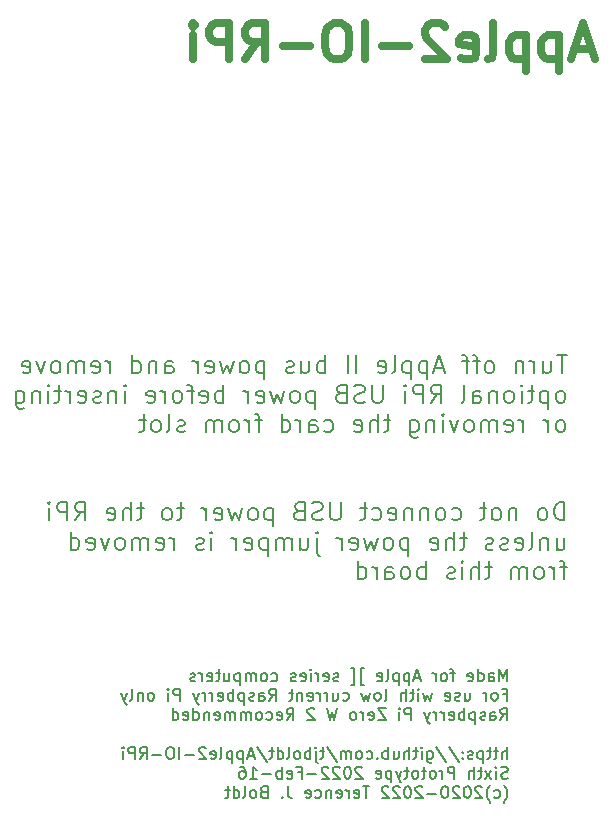
<source format=gbr>
G04 #@! TF.GenerationSoftware,KiCad,Pcbnew,(5.1.12-1-10_14)*
G04 #@! TF.CreationDate,2022-02-16T21:29:44-05:00*
G04 #@! TF.ProjectId,Apple2IORPi,4170706c-6532-4494-9f52-50692e6b6963,0.5*
G04 #@! TF.SameCoordinates,Original*
G04 #@! TF.FileFunction,Legend,Bot*
G04 #@! TF.FilePolarity,Positive*
%FSLAX46Y46*%
G04 Gerber Fmt 4.6, Leading zero omitted, Abs format (unit mm)*
G04 Created by KiCad (PCBNEW (5.1.12-1-10_14)) date 2022-02-16 21:29:44*
%MOMM*%
%LPD*%
G01*
G04 APERTURE LIST*
%ADD10C,0.203200*%
%ADD11C,0.635000*%
%ADD12C,0.150000*%
G04 APERTURE END LIST*
D10*
X188546377Y-72546028D02*
X187675520Y-72546028D01*
X188110948Y-74070028D02*
X188110948Y-72546028D01*
X186514377Y-73054028D02*
X186514377Y-74070028D01*
X187167520Y-73054028D02*
X187167520Y-73852314D01*
X187094948Y-73997457D01*
X186949805Y-74070028D01*
X186732091Y-74070028D01*
X186586948Y-73997457D01*
X186514377Y-73924885D01*
X185788662Y-74070028D02*
X185788662Y-73054028D01*
X185788662Y-73344314D02*
X185716091Y-73199171D01*
X185643520Y-73126600D01*
X185498377Y-73054028D01*
X185353234Y-73054028D01*
X184845234Y-73054028D02*
X184845234Y-74070028D01*
X184845234Y-73199171D02*
X184772662Y-73126600D01*
X184627520Y-73054028D01*
X184409805Y-73054028D01*
X184264662Y-73126600D01*
X184192091Y-73271742D01*
X184192091Y-74070028D01*
X182087520Y-74070028D02*
X182232662Y-73997457D01*
X182305234Y-73924885D01*
X182377805Y-73779742D01*
X182377805Y-73344314D01*
X182305234Y-73199171D01*
X182232662Y-73126600D01*
X182087520Y-73054028D01*
X181869805Y-73054028D01*
X181724662Y-73126600D01*
X181652091Y-73199171D01*
X181579520Y-73344314D01*
X181579520Y-73779742D01*
X181652091Y-73924885D01*
X181724662Y-73997457D01*
X181869805Y-74070028D01*
X182087520Y-74070028D01*
X181144091Y-73054028D02*
X180563520Y-73054028D01*
X180926377Y-74070028D02*
X180926377Y-72763742D01*
X180853805Y-72618600D01*
X180708662Y-72546028D01*
X180563520Y-72546028D01*
X180273234Y-73054028D02*
X179692662Y-73054028D01*
X180055520Y-74070028D02*
X180055520Y-72763742D01*
X179982948Y-72618600D01*
X179837805Y-72546028D01*
X179692662Y-72546028D01*
X178096091Y-73634600D02*
X177370377Y-73634600D01*
X178241234Y-74070028D02*
X177733234Y-72546028D01*
X177225234Y-74070028D01*
X176717234Y-73054028D02*
X176717234Y-74578028D01*
X176717234Y-73126600D02*
X176572091Y-73054028D01*
X176281805Y-73054028D01*
X176136662Y-73126600D01*
X176064091Y-73199171D01*
X175991520Y-73344314D01*
X175991520Y-73779742D01*
X176064091Y-73924885D01*
X176136662Y-73997457D01*
X176281805Y-74070028D01*
X176572091Y-74070028D01*
X176717234Y-73997457D01*
X175338377Y-73054028D02*
X175338377Y-74578028D01*
X175338377Y-73126600D02*
X175193234Y-73054028D01*
X174902948Y-73054028D01*
X174757805Y-73126600D01*
X174685234Y-73199171D01*
X174612662Y-73344314D01*
X174612662Y-73779742D01*
X174685234Y-73924885D01*
X174757805Y-73997457D01*
X174902948Y-74070028D01*
X175193234Y-74070028D01*
X175338377Y-73997457D01*
X173741805Y-74070028D02*
X173886948Y-73997457D01*
X173959520Y-73852314D01*
X173959520Y-72546028D01*
X172580662Y-73997457D02*
X172725805Y-74070028D01*
X173016091Y-74070028D01*
X173161234Y-73997457D01*
X173233805Y-73852314D01*
X173233805Y-73271742D01*
X173161234Y-73126600D01*
X173016091Y-73054028D01*
X172725805Y-73054028D01*
X172580662Y-73126600D01*
X172508091Y-73271742D01*
X172508091Y-73416885D01*
X173233805Y-73562028D01*
X170693805Y-74070028D02*
X170693805Y-72546028D01*
X169968091Y-74070028D02*
X169968091Y-72546028D01*
X168081234Y-74070028D02*
X168081234Y-72546028D01*
X168081234Y-73126600D02*
X167936091Y-73054028D01*
X167645805Y-73054028D01*
X167500662Y-73126600D01*
X167428091Y-73199171D01*
X167355520Y-73344314D01*
X167355520Y-73779742D01*
X167428091Y-73924885D01*
X167500662Y-73997457D01*
X167645805Y-74070028D01*
X167936091Y-74070028D01*
X168081234Y-73997457D01*
X166049234Y-73054028D02*
X166049234Y-74070028D01*
X166702377Y-73054028D02*
X166702377Y-73852314D01*
X166629805Y-73997457D01*
X166484662Y-74070028D01*
X166266948Y-74070028D01*
X166121805Y-73997457D01*
X166049234Y-73924885D01*
X165396091Y-73997457D02*
X165250948Y-74070028D01*
X164960662Y-74070028D01*
X164815520Y-73997457D01*
X164742948Y-73852314D01*
X164742948Y-73779742D01*
X164815520Y-73634600D01*
X164960662Y-73562028D01*
X165178377Y-73562028D01*
X165323520Y-73489457D01*
X165396091Y-73344314D01*
X165396091Y-73271742D01*
X165323520Y-73126600D01*
X165178377Y-73054028D01*
X164960662Y-73054028D01*
X164815520Y-73126600D01*
X162928662Y-73054028D02*
X162928662Y-74578028D01*
X162928662Y-73126600D02*
X162783520Y-73054028D01*
X162493234Y-73054028D01*
X162348091Y-73126600D01*
X162275520Y-73199171D01*
X162202948Y-73344314D01*
X162202948Y-73779742D01*
X162275520Y-73924885D01*
X162348091Y-73997457D01*
X162493234Y-74070028D01*
X162783520Y-74070028D01*
X162928662Y-73997457D01*
X161332091Y-74070028D02*
X161477234Y-73997457D01*
X161549805Y-73924885D01*
X161622377Y-73779742D01*
X161622377Y-73344314D01*
X161549805Y-73199171D01*
X161477234Y-73126600D01*
X161332091Y-73054028D01*
X161114377Y-73054028D01*
X160969234Y-73126600D01*
X160896662Y-73199171D01*
X160824091Y-73344314D01*
X160824091Y-73779742D01*
X160896662Y-73924885D01*
X160969234Y-73997457D01*
X161114377Y-74070028D01*
X161332091Y-74070028D01*
X160316091Y-73054028D02*
X160025805Y-74070028D01*
X159735520Y-73344314D01*
X159445234Y-74070028D01*
X159154948Y-73054028D01*
X157993805Y-73997457D02*
X158138948Y-74070028D01*
X158429234Y-74070028D01*
X158574377Y-73997457D01*
X158646948Y-73852314D01*
X158646948Y-73271742D01*
X158574377Y-73126600D01*
X158429234Y-73054028D01*
X158138948Y-73054028D01*
X157993805Y-73126600D01*
X157921234Y-73271742D01*
X157921234Y-73416885D01*
X158646948Y-73562028D01*
X157268091Y-74070028D02*
X157268091Y-73054028D01*
X157268091Y-73344314D02*
X157195520Y-73199171D01*
X157122948Y-73126600D01*
X156977805Y-73054028D01*
X156832662Y-73054028D01*
X154510377Y-74070028D02*
X154510377Y-73271742D01*
X154582948Y-73126600D01*
X154728091Y-73054028D01*
X155018377Y-73054028D01*
X155163520Y-73126600D01*
X154510377Y-73997457D02*
X154655520Y-74070028D01*
X155018377Y-74070028D01*
X155163520Y-73997457D01*
X155236091Y-73852314D01*
X155236091Y-73707171D01*
X155163520Y-73562028D01*
X155018377Y-73489457D01*
X154655520Y-73489457D01*
X154510377Y-73416885D01*
X153784662Y-73054028D02*
X153784662Y-74070028D01*
X153784662Y-73199171D02*
X153712091Y-73126600D01*
X153566948Y-73054028D01*
X153349234Y-73054028D01*
X153204091Y-73126600D01*
X153131520Y-73271742D01*
X153131520Y-74070028D01*
X151752662Y-74070028D02*
X151752662Y-72546028D01*
X151752662Y-73997457D02*
X151897805Y-74070028D01*
X152188091Y-74070028D01*
X152333234Y-73997457D01*
X152405805Y-73924885D01*
X152478377Y-73779742D01*
X152478377Y-73344314D01*
X152405805Y-73199171D01*
X152333234Y-73126600D01*
X152188091Y-73054028D01*
X151897805Y-73054028D01*
X151752662Y-73126600D01*
X149865805Y-74070028D02*
X149865805Y-73054028D01*
X149865805Y-73344314D02*
X149793234Y-73199171D01*
X149720662Y-73126600D01*
X149575520Y-73054028D01*
X149430377Y-73054028D01*
X148341805Y-73997457D02*
X148486948Y-74070028D01*
X148777234Y-74070028D01*
X148922377Y-73997457D01*
X148994948Y-73852314D01*
X148994948Y-73271742D01*
X148922377Y-73126600D01*
X148777234Y-73054028D01*
X148486948Y-73054028D01*
X148341805Y-73126600D01*
X148269234Y-73271742D01*
X148269234Y-73416885D01*
X148994948Y-73562028D01*
X147616091Y-74070028D02*
X147616091Y-73054028D01*
X147616091Y-73199171D02*
X147543520Y-73126600D01*
X147398377Y-73054028D01*
X147180662Y-73054028D01*
X147035520Y-73126600D01*
X146962948Y-73271742D01*
X146962948Y-74070028D01*
X146962948Y-73271742D02*
X146890377Y-73126600D01*
X146745234Y-73054028D01*
X146527520Y-73054028D01*
X146382377Y-73126600D01*
X146309805Y-73271742D01*
X146309805Y-74070028D01*
X145366377Y-74070028D02*
X145511520Y-73997457D01*
X145584091Y-73924885D01*
X145656662Y-73779742D01*
X145656662Y-73344314D01*
X145584091Y-73199171D01*
X145511520Y-73126600D01*
X145366377Y-73054028D01*
X145148662Y-73054028D01*
X145003520Y-73126600D01*
X144930948Y-73199171D01*
X144858377Y-73344314D01*
X144858377Y-73779742D01*
X144930948Y-73924885D01*
X145003520Y-73997457D01*
X145148662Y-74070028D01*
X145366377Y-74070028D01*
X144350377Y-73054028D02*
X143987520Y-74070028D01*
X143624662Y-73054028D01*
X142463520Y-73997457D02*
X142608662Y-74070028D01*
X142898948Y-74070028D01*
X143044091Y-73997457D01*
X143116662Y-73852314D01*
X143116662Y-73271742D01*
X143044091Y-73126600D01*
X142898948Y-73054028D01*
X142608662Y-73054028D01*
X142463520Y-73126600D01*
X142390948Y-73271742D01*
X142390948Y-73416885D01*
X143116662Y-73562028D01*
X188110948Y-76559228D02*
X188256091Y-76486657D01*
X188328662Y-76414085D01*
X188401234Y-76268942D01*
X188401234Y-75833514D01*
X188328662Y-75688371D01*
X188256091Y-75615800D01*
X188110948Y-75543228D01*
X187893234Y-75543228D01*
X187748091Y-75615800D01*
X187675520Y-75688371D01*
X187602948Y-75833514D01*
X187602948Y-76268942D01*
X187675520Y-76414085D01*
X187748091Y-76486657D01*
X187893234Y-76559228D01*
X188110948Y-76559228D01*
X186949805Y-75543228D02*
X186949805Y-77067228D01*
X186949805Y-75615800D02*
X186804662Y-75543228D01*
X186514377Y-75543228D01*
X186369234Y-75615800D01*
X186296662Y-75688371D01*
X186224091Y-75833514D01*
X186224091Y-76268942D01*
X186296662Y-76414085D01*
X186369234Y-76486657D01*
X186514377Y-76559228D01*
X186804662Y-76559228D01*
X186949805Y-76486657D01*
X185788662Y-75543228D02*
X185208091Y-75543228D01*
X185570948Y-75035228D02*
X185570948Y-76341514D01*
X185498377Y-76486657D01*
X185353234Y-76559228D01*
X185208091Y-76559228D01*
X184700091Y-76559228D02*
X184700091Y-75543228D01*
X184700091Y-75035228D02*
X184772662Y-75107800D01*
X184700091Y-75180371D01*
X184627520Y-75107800D01*
X184700091Y-75035228D01*
X184700091Y-75180371D01*
X183756662Y-76559228D02*
X183901805Y-76486657D01*
X183974377Y-76414085D01*
X184046948Y-76268942D01*
X184046948Y-75833514D01*
X183974377Y-75688371D01*
X183901805Y-75615800D01*
X183756662Y-75543228D01*
X183538948Y-75543228D01*
X183393805Y-75615800D01*
X183321234Y-75688371D01*
X183248662Y-75833514D01*
X183248662Y-76268942D01*
X183321234Y-76414085D01*
X183393805Y-76486657D01*
X183538948Y-76559228D01*
X183756662Y-76559228D01*
X182595520Y-75543228D02*
X182595520Y-76559228D01*
X182595520Y-75688371D02*
X182522948Y-75615800D01*
X182377805Y-75543228D01*
X182160091Y-75543228D01*
X182014948Y-75615800D01*
X181942377Y-75760942D01*
X181942377Y-76559228D01*
X180563520Y-76559228D02*
X180563520Y-75760942D01*
X180636091Y-75615800D01*
X180781234Y-75543228D01*
X181071520Y-75543228D01*
X181216662Y-75615800D01*
X180563520Y-76486657D02*
X180708662Y-76559228D01*
X181071520Y-76559228D01*
X181216662Y-76486657D01*
X181289234Y-76341514D01*
X181289234Y-76196371D01*
X181216662Y-76051228D01*
X181071520Y-75978657D01*
X180708662Y-75978657D01*
X180563520Y-75906085D01*
X179620091Y-76559228D02*
X179765234Y-76486657D01*
X179837805Y-76341514D01*
X179837805Y-75035228D01*
X177007520Y-76559228D02*
X177515520Y-75833514D01*
X177878377Y-76559228D02*
X177878377Y-75035228D01*
X177297805Y-75035228D01*
X177152662Y-75107800D01*
X177080091Y-75180371D01*
X177007520Y-75325514D01*
X177007520Y-75543228D01*
X177080091Y-75688371D01*
X177152662Y-75760942D01*
X177297805Y-75833514D01*
X177878377Y-75833514D01*
X176354377Y-76559228D02*
X176354377Y-75035228D01*
X175773805Y-75035228D01*
X175628662Y-75107800D01*
X175556091Y-75180371D01*
X175483520Y-75325514D01*
X175483520Y-75543228D01*
X175556091Y-75688371D01*
X175628662Y-75760942D01*
X175773805Y-75833514D01*
X176354377Y-75833514D01*
X174830377Y-76559228D02*
X174830377Y-75543228D01*
X174830377Y-75035228D02*
X174902948Y-75107800D01*
X174830377Y-75180371D01*
X174757805Y-75107800D01*
X174830377Y-75035228D01*
X174830377Y-75180371D01*
X172943520Y-75035228D02*
X172943520Y-76268942D01*
X172870948Y-76414085D01*
X172798377Y-76486657D01*
X172653234Y-76559228D01*
X172362948Y-76559228D01*
X172217805Y-76486657D01*
X172145234Y-76414085D01*
X172072662Y-76268942D01*
X172072662Y-75035228D01*
X171419520Y-76486657D02*
X171201805Y-76559228D01*
X170838948Y-76559228D01*
X170693805Y-76486657D01*
X170621234Y-76414085D01*
X170548662Y-76268942D01*
X170548662Y-76123800D01*
X170621234Y-75978657D01*
X170693805Y-75906085D01*
X170838948Y-75833514D01*
X171129234Y-75760942D01*
X171274377Y-75688371D01*
X171346948Y-75615800D01*
X171419520Y-75470657D01*
X171419520Y-75325514D01*
X171346948Y-75180371D01*
X171274377Y-75107800D01*
X171129234Y-75035228D01*
X170766377Y-75035228D01*
X170548662Y-75107800D01*
X169387520Y-75760942D02*
X169169805Y-75833514D01*
X169097234Y-75906085D01*
X169024662Y-76051228D01*
X169024662Y-76268942D01*
X169097234Y-76414085D01*
X169169805Y-76486657D01*
X169314948Y-76559228D01*
X169895520Y-76559228D01*
X169895520Y-75035228D01*
X169387520Y-75035228D01*
X169242377Y-75107800D01*
X169169805Y-75180371D01*
X169097234Y-75325514D01*
X169097234Y-75470657D01*
X169169805Y-75615800D01*
X169242377Y-75688371D01*
X169387520Y-75760942D01*
X169895520Y-75760942D01*
X167210377Y-75543228D02*
X167210377Y-77067228D01*
X167210377Y-75615800D02*
X167065234Y-75543228D01*
X166774948Y-75543228D01*
X166629805Y-75615800D01*
X166557234Y-75688371D01*
X166484662Y-75833514D01*
X166484662Y-76268942D01*
X166557234Y-76414085D01*
X166629805Y-76486657D01*
X166774948Y-76559228D01*
X167065234Y-76559228D01*
X167210377Y-76486657D01*
X165613805Y-76559228D02*
X165758948Y-76486657D01*
X165831520Y-76414085D01*
X165904091Y-76268942D01*
X165904091Y-75833514D01*
X165831520Y-75688371D01*
X165758948Y-75615800D01*
X165613805Y-75543228D01*
X165396091Y-75543228D01*
X165250948Y-75615800D01*
X165178377Y-75688371D01*
X165105805Y-75833514D01*
X165105805Y-76268942D01*
X165178377Y-76414085D01*
X165250948Y-76486657D01*
X165396091Y-76559228D01*
X165613805Y-76559228D01*
X164597805Y-75543228D02*
X164307520Y-76559228D01*
X164017234Y-75833514D01*
X163726948Y-76559228D01*
X163436662Y-75543228D01*
X162275520Y-76486657D02*
X162420662Y-76559228D01*
X162710948Y-76559228D01*
X162856091Y-76486657D01*
X162928662Y-76341514D01*
X162928662Y-75760942D01*
X162856091Y-75615800D01*
X162710948Y-75543228D01*
X162420662Y-75543228D01*
X162275520Y-75615800D01*
X162202948Y-75760942D01*
X162202948Y-75906085D01*
X162928662Y-76051228D01*
X161549805Y-76559228D02*
X161549805Y-75543228D01*
X161549805Y-75833514D02*
X161477234Y-75688371D01*
X161404662Y-75615800D01*
X161259520Y-75543228D01*
X161114377Y-75543228D01*
X159445234Y-76559228D02*
X159445234Y-75035228D01*
X159445234Y-75615800D02*
X159300091Y-75543228D01*
X159009805Y-75543228D01*
X158864662Y-75615800D01*
X158792091Y-75688371D01*
X158719520Y-75833514D01*
X158719520Y-76268942D01*
X158792091Y-76414085D01*
X158864662Y-76486657D01*
X159009805Y-76559228D01*
X159300091Y-76559228D01*
X159445234Y-76486657D01*
X157485805Y-76486657D02*
X157630948Y-76559228D01*
X157921234Y-76559228D01*
X158066377Y-76486657D01*
X158138948Y-76341514D01*
X158138948Y-75760942D01*
X158066377Y-75615800D01*
X157921234Y-75543228D01*
X157630948Y-75543228D01*
X157485805Y-75615800D01*
X157413234Y-75760942D01*
X157413234Y-75906085D01*
X158138948Y-76051228D01*
X156977805Y-75543228D02*
X156397234Y-75543228D01*
X156760091Y-76559228D02*
X156760091Y-75252942D01*
X156687520Y-75107800D01*
X156542377Y-75035228D01*
X156397234Y-75035228D01*
X155671520Y-76559228D02*
X155816662Y-76486657D01*
X155889234Y-76414085D01*
X155961805Y-76268942D01*
X155961805Y-75833514D01*
X155889234Y-75688371D01*
X155816662Y-75615800D01*
X155671520Y-75543228D01*
X155453805Y-75543228D01*
X155308662Y-75615800D01*
X155236091Y-75688371D01*
X155163520Y-75833514D01*
X155163520Y-76268942D01*
X155236091Y-76414085D01*
X155308662Y-76486657D01*
X155453805Y-76559228D01*
X155671520Y-76559228D01*
X154510377Y-76559228D02*
X154510377Y-75543228D01*
X154510377Y-75833514D02*
X154437805Y-75688371D01*
X154365234Y-75615800D01*
X154220091Y-75543228D01*
X154074948Y-75543228D01*
X152986377Y-76486657D02*
X153131520Y-76559228D01*
X153421805Y-76559228D01*
X153566948Y-76486657D01*
X153639520Y-76341514D01*
X153639520Y-75760942D01*
X153566948Y-75615800D01*
X153421805Y-75543228D01*
X153131520Y-75543228D01*
X152986377Y-75615800D01*
X152913805Y-75760942D01*
X152913805Y-75906085D01*
X153639520Y-76051228D01*
X151099520Y-76559228D02*
X151099520Y-75543228D01*
X151099520Y-75035228D02*
X151172091Y-75107800D01*
X151099520Y-75180371D01*
X151026948Y-75107800D01*
X151099520Y-75035228D01*
X151099520Y-75180371D01*
X150373805Y-75543228D02*
X150373805Y-76559228D01*
X150373805Y-75688371D02*
X150301234Y-75615800D01*
X150156091Y-75543228D01*
X149938377Y-75543228D01*
X149793234Y-75615800D01*
X149720662Y-75760942D01*
X149720662Y-76559228D01*
X149067520Y-76486657D02*
X148922377Y-76559228D01*
X148632091Y-76559228D01*
X148486948Y-76486657D01*
X148414377Y-76341514D01*
X148414377Y-76268942D01*
X148486948Y-76123800D01*
X148632091Y-76051228D01*
X148849805Y-76051228D01*
X148994948Y-75978657D01*
X149067520Y-75833514D01*
X149067520Y-75760942D01*
X148994948Y-75615800D01*
X148849805Y-75543228D01*
X148632091Y-75543228D01*
X148486948Y-75615800D01*
X147180662Y-76486657D02*
X147325805Y-76559228D01*
X147616091Y-76559228D01*
X147761234Y-76486657D01*
X147833805Y-76341514D01*
X147833805Y-75760942D01*
X147761234Y-75615800D01*
X147616091Y-75543228D01*
X147325805Y-75543228D01*
X147180662Y-75615800D01*
X147108091Y-75760942D01*
X147108091Y-75906085D01*
X147833805Y-76051228D01*
X146454948Y-76559228D02*
X146454948Y-75543228D01*
X146454948Y-75833514D02*
X146382377Y-75688371D01*
X146309805Y-75615800D01*
X146164662Y-75543228D01*
X146019520Y-75543228D01*
X145729234Y-75543228D02*
X145148662Y-75543228D01*
X145511520Y-75035228D02*
X145511520Y-76341514D01*
X145438948Y-76486657D01*
X145293805Y-76559228D01*
X145148662Y-76559228D01*
X144640662Y-76559228D02*
X144640662Y-75543228D01*
X144640662Y-75035228D02*
X144713234Y-75107800D01*
X144640662Y-75180371D01*
X144568091Y-75107800D01*
X144640662Y-75035228D01*
X144640662Y-75180371D01*
X143914948Y-75543228D02*
X143914948Y-76559228D01*
X143914948Y-75688371D02*
X143842377Y-75615800D01*
X143697234Y-75543228D01*
X143479520Y-75543228D01*
X143334377Y-75615800D01*
X143261805Y-75760942D01*
X143261805Y-76559228D01*
X141882948Y-75543228D02*
X141882948Y-76776942D01*
X141955520Y-76922085D01*
X142028091Y-76994657D01*
X142173234Y-77067228D01*
X142390948Y-77067228D01*
X142536091Y-76994657D01*
X141882948Y-76486657D02*
X142028091Y-76559228D01*
X142318377Y-76559228D01*
X142463520Y-76486657D01*
X142536091Y-76414085D01*
X142608662Y-76268942D01*
X142608662Y-75833514D01*
X142536091Y-75688371D01*
X142463520Y-75615800D01*
X142318377Y-75543228D01*
X142028091Y-75543228D01*
X141882948Y-75615800D01*
X188110948Y-79048428D02*
X188256091Y-78975857D01*
X188328662Y-78903285D01*
X188401234Y-78758142D01*
X188401234Y-78322714D01*
X188328662Y-78177571D01*
X188256091Y-78105000D01*
X188110948Y-78032428D01*
X187893234Y-78032428D01*
X187748091Y-78105000D01*
X187675520Y-78177571D01*
X187602948Y-78322714D01*
X187602948Y-78758142D01*
X187675520Y-78903285D01*
X187748091Y-78975857D01*
X187893234Y-79048428D01*
X188110948Y-79048428D01*
X186949805Y-79048428D02*
X186949805Y-78032428D01*
X186949805Y-78322714D02*
X186877234Y-78177571D01*
X186804662Y-78105000D01*
X186659520Y-78032428D01*
X186514377Y-78032428D01*
X184845234Y-79048428D02*
X184845234Y-78032428D01*
X184845234Y-78322714D02*
X184772662Y-78177571D01*
X184700091Y-78105000D01*
X184554948Y-78032428D01*
X184409805Y-78032428D01*
X183321234Y-78975857D02*
X183466377Y-79048428D01*
X183756662Y-79048428D01*
X183901805Y-78975857D01*
X183974377Y-78830714D01*
X183974377Y-78250142D01*
X183901805Y-78105000D01*
X183756662Y-78032428D01*
X183466377Y-78032428D01*
X183321234Y-78105000D01*
X183248662Y-78250142D01*
X183248662Y-78395285D01*
X183974377Y-78540428D01*
X182595520Y-79048428D02*
X182595520Y-78032428D01*
X182595520Y-78177571D02*
X182522948Y-78105000D01*
X182377805Y-78032428D01*
X182160091Y-78032428D01*
X182014948Y-78105000D01*
X181942377Y-78250142D01*
X181942377Y-79048428D01*
X181942377Y-78250142D02*
X181869805Y-78105000D01*
X181724662Y-78032428D01*
X181506948Y-78032428D01*
X181361805Y-78105000D01*
X181289234Y-78250142D01*
X181289234Y-79048428D01*
X180345805Y-79048428D02*
X180490948Y-78975857D01*
X180563520Y-78903285D01*
X180636091Y-78758142D01*
X180636091Y-78322714D01*
X180563520Y-78177571D01*
X180490948Y-78105000D01*
X180345805Y-78032428D01*
X180128091Y-78032428D01*
X179982948Y-78105000D01*
X179910377Y-78177571D01*
X179837805Y-78322714D01*
X179837805Y-78758142D01*
X179910377Y-78903285D01*
X179982948Y-78975857D01*
X180128091Y-79048428D01*
X180345805Y-79048428D01*
X179329805Y-78032428D02*
X178966948Y-79048428D01*
X178604091Y-78032428D01*
X178023520Y-79048428D02*
X178023520Y-78032428D01*
X178023520Y-77524428D02*
X178096091Y-77597000D01*
X178023520Y-77669571D01*
X177950948Y-77597000D01*
X178023520Y-77524428D01*
X178023520Y-77669571D01*
X177297805Y-78032428D02*
X177297805Y-79048428D01*
X177297805Y-78177571D02*
X177225234Y-78105000D01*
X177080091Y-78032428D01*
X176862377Y-78032428D01*
X176717234Y-78105000D01*
X176644662Y-78250142D01*
X176644662Y-79048428D01*
X175265805Y-78032428D02*
X175265805Y-79266142D01*
X175338377Y-79411285D01*
X175410948Y-79483857D01*
X175556091Y-79556428D01*
X175773805Y-79556428D01*
X175918948Y-79483857D01*
X175265805Y-78975857D02*
X175410948Y-79048428D01*
X175701234Y-79048428D01*
X175846377Y-78975857D01*
X175918948Y-78903285D01*
X175991520Y-78758142D01*
X175991520Y-78322714D01*
X175918948Y-78177571D01*
X175846377Y-78105000D01*
X175701234Y-78032428D01*
X175410948Y-78032428D01*
X175265805Y-78105000D01*
X173596662Y-78032428D02*
X173016091Y-78032428D01*
X173378948Y-77524428D02*
X173378948Y-78830714D01*
X173306377Y-78975857D01*
X173161234Y-79048428D01*
X173016091Y-79048428D01*
X172508091Y-79048428D02*
X172508091Y-77524428D01*
X171854948Y-79048428D02*
X171854948Y-78250142D01*
X171927520Y-78105000D01*
X172072662Y-78032428D01*
X172290377Y-78032428D01*
X172435520Y-78105000D01*
X172508091Y-78177571D01*
X170548662Y-78975857D02*
X170693805Y-79048428D01*
X170984091Y-79048428D01*
X171129234Y-78975857D01*
X171201805Y-78830714D01*
X171201805Y-78250142D01*
X171129234Y-78105000D01*
X170984091Y-78032428D01*
X170693805Y-78032428D01*
X170548662Y-78105000D01*
X170476091Y-78250142D01*
X170476091Y-78395285D01*
X171201805Y-78540428D01*
X168008662Y-78975857D02*
X168153805Y-79048428D01*
X168444091Y-79048428D01*
X168589234Y-78975857D01*
X168661805Y-78903285D01*
X168734377Y-78758142D01*
X168734377Y-78322714D01*
X168661805Y-78177571D01*
X168589234Y-78105000D01*
X168444091Y-78032428D01*
X168153805Y-78032428D01*
X168008662Y-78105000D01*
X166702377Y-79048428D02*
X166702377Y-78250142D01*
X166774948Y-78105000D01*
X166920091Y-78032428D01*
X167210377Y-78032428D01*
X167355520Y-78105000D01*
X166702377Y-78975857D02*
X166847520Y-79048428D01*
X167210377Y-79048428D01*
X167355520Y-78975857D01*
X167428091Y-78830714D01*
X167428091Y-78685571D01*
X167355520Y-78540428D01*
X167210377Y-78467857D01*
X166847520Y-78467857D01*
X166702377Y-78395285D01*
X165976662Y-79048428D02*
X165976662Y-78032428D01*
X165976662Y-78322714D02*
X165904091Y-78177571D01*
X165831520Y-78105000D01*
X165686377Y-78032428D01*
X165541234Y-78032428D01*
X164380091Y-79048428D02*
X164380091Y-77524428D01*
X164380091Y-78975857D02*
X164525234Y-79048428D01*
X164815520Y-79048428D01*
X164960662Y-78975857D01*
X165033234Y-78903285D01*
X165105805Y-78758142D01*
X165105805Y-78322714D01*
X165033234Y-78177571D01*
X164960662Y-78105000D01*
X164815520Y-78032428D01*
X164525234Y-78032428D01*
X164380091Y-78105000D01*
X162710948Y-78032428D02*
X162130377Y-78032428D01*
X162493234Y-79048428D02*
X162493234Y-77742142D01*
X162420662Y-77597000D01*
X162275520Y-77524428D01*
X162130377Y-77524428D01*
X161622377Y-79048428D02*
X161622377Y-78032428D01*
X161622377Y-78322714D02*
X161549805Y-78177571D01*
X161477234Y-78105000D01*
X161332091Y-78032428D01*
X161186948Y-78032428D01*
X160461234Y-79048428D02*
X160606377Y-78975857D01*
X160678948Y-78903285D01*
X160751520Y-78758142D01*
X160751520Y-78322714D01*
X160678948Y-78177571D01*
X160606377Y-78105000D01*
X160461234Y-78032428D01*
X160243520Y-78032428D01*
X160098377Y-78105000D01*
X160025805Y-78177571D01*
X159953234Y-78322714D01*
X159953234Y-78758142D01*
X160025805Y-78903285D01*
X160098377Y-78975857D01*
X160243520Y-79048428D01*
X160461234Y-79048428D01*
X159300091Y-79048428D02*
X159300091Y-78032428D01*
X159300091Y-78177571D02*
X159227520Y-78105000D01*
X159082377Y-78032428D01*
X158864662Y-78032428D01*
X158719520Y-78105000D01*
X158646948Y-78250142D01*
X158646948Y-79048428D01*
X158646948Y-78250142D02*
X158574377Y-78105000D01*
X158429234Y-78032428D01*
X158211520Y-78032428D01*
X158066377Y-78105000D01*
X157993805Y-78250142D01*
X157993805Y-79048428D01*
X156179520Y-78975857D02*
X156034377Y-79048428D01*
X155744091Y-79048428D01*
X155598948Y-78975857D01*
X155526377Y-78830714D01*
X155526377Y-78758142D01*
X155598948Y-78613000D01*
X155744091Y-78540428D01*
X155961805Y-78540428D01*
X156106948Y-78467857D01*
X156179520Y-78322714D01*
X156179520Y-78250142D01*
X156106948Y-78105000D01*
X155961805Y-78032428D01*
X155744091Y-78032428D01*
X155598948Y-78105000D01*
X154655520Y-79048428D02*
X154800662Y-78975857D01*
X154873234Y-78830714D01*
X154873234Y-77524428D01*
X153857234Y-79048428D02*
X154002377Y-78975857D01*
X154074948Y-78903285D01*
X154147520Y-78758142D01*
X154147520Y-78322714D01*
X154074948Y-78177571D01*
X154002377Y-78105000D01*
X153857234Y-78032428D01*
X153639520Y-78032428D01*
X153494377Y-78105000D01*
X153421805Y-78177571D01*
X153349234Y-78322714D01*
X153349234Y-78758142D01*
X153421805Y-78903285D01*
X153494377Y-78975857D01*
X153639520Y-79048428D01*
X153857234Y-79048428D01*
X152913805Y-78032428D02*
X152333234Y-78032428D01*
X152696091Y-77524428D02*
X152696091Y-78830714D01*
X152623520Y-78975857D01*
X152478377Y-79048428D01*
X152333234Y-79048428D01*
X188328662Y-86516028D02*
X188328662Y-84992028D01*
X187965805Y-84992028D01*
X187748091Y-85064600D01*
X187602948Y-85209742D01*
X187530377Y-85354885D01*
X187457805Y-85645171D01*
X187457805Y-85862885D01*
X187530377Y-86153171D01*
X187602948Y-86298314D01*
X187748091Y-86443457D01*
X187965805Y-86516028D01*
X188328662Y-86516028D01*
X186586948Y-86516028D02*
X186732091Y-86443457D01*
X186804662Y-86370885D01*
X186877234Y-86225742D01*
X186877234Y-85790314D01*
X186804662Y-85645171D01*
X186732091Y-85572600D01*
X186586948Y-85500028D01*
X186369234Y-85500028D01*
X186224091Y-85572600D01*
X186151520Y-85645171D01*
X186078948Y-85790314D01*
X186078948Y-86225742D01*
X186151520Y-86370885D01*
X186224091Y-86443457D01*
X186369234Y-86516028D01*
X186586948Y-86516028D01*
X184264662Y-85500028D02*
X184264662Y-86516028D01*
X184264662Y-85645171D02*
X184192091Y-85572600D01*
X184046948Y-85500028D01*
X183829234Y-85500028D01*
X183684091Y-85572600D01*
X183611520Y-85717742D01*
X183611520Y-86516028D01*
X182668091Y-86516028D02*
X182813234Y-86443457D01*
X182885805Y-86370885D01*
X182958377Y-86225742D01*
X182958377Y-85790314D01*
X182885805Y-85645171D01*
X182813234Y-85572600D01*
X182668091Y-85500028D01*
X182450377Y-85500028D01*
X182305234Y-85572600D01*
X182232662Y-85645171D01*
X182160091Y-85790314D01*
X182160091Y-86225742D01*
X182232662Y-86370885D01*
X182305234Y-86443457D01*
X182450377Y-86516028D01*
X182668091Y-86516028D01*
X181724662Y-85500028D02*
X181144091Y-85500028D01*
X181506948Y-84992028D02*
X181506948Y-86298314D01*
X181434377Y-86443457D01*
X181289234Y-86516028D01*
X181144091Y-86516028D01*
X178821805Y-86443457D02*
X178966948Y-86516028D01*
X179257234Y-86516028D01*
X179402377Y-86443457D01*
X179474948Y-86370885D01*
X179547520Y-86225742D01*
X179547520Y-85790314D01*
X179474948Y-85645171D01*
X179402377Y-85572600D01*
X179257234Y-85500028D01*
X178966948Y-85500028D01*
X178821805Y-85572600D01*
X177950948Y-86516028D02*
X178096091Y-86443457D01*
X178168662Y-86370885D01*
X178241234Y-86225742D01*
X178241234Y-85790314D01*
X178168662Y-85645171D01*
X178096091Y-85572600D01*
X177950948Y-85500028D01*
X177733234Y-85500028D01*
X177588091Y-85572600D01*
X177515520Y-85645171D01*
X177442948Y-85790314D01*
X177442948Y-86225742D01*
X177515520Y-86370885D01*
X177588091Y-86443457D01*
X177733234Y-86516028D01*
X177950948Y-86516028D01*
X176789805Y-85500028D02*
X176789805Y-86516028D01*
X176789805Y-85645171D02*
X176717234Y-85572600D01*
X176572091Y-85500028D01*
X176354377Y-85500028D01*
X176209234Y-85572600D01*
X176136662Y-85717742D01*
X176136662Y-86516028D01*
X175410948Y-85500028D02*
X175410948Y-86516028D01*
X175410948Y-85645171D02*
X175338377Y-85572600D01*
X175193234Y-85500028D01*
X174975520Y-85500028D01*
X174830377Y-85572600D01*
X174757805Y-85717742D01*
X174757805Y-86516028D01*
X173451520Y-86443457D02*
X173596662Y-86516028D01*
X173886948Y-86516028D01*
X174032091Y-86443457D01*
X174104662Y-86298314D01*
X174104662Y-85717742D01*
X174032091Y-85572600D01*
X173886948Y-85500028D01*
X173596662Y-85500028D01*
X173451520Y-85572600D01*
X173378948Y-85717742D01*
X173378948Y-85862885D01*
X174104662Y-86008028D01*
X172072662Y-86443457D02*
X172217805Y-86516028D01*
X172508091Y-86516028D01*
X172653234Y-86443457D01*
X172725805Y-86370885D01*
X172798377Y-86225742D01*
X172798377Y-85790314D01*
X172725805Y-85645171D01*
X172653234Y-85572600D01*
X172508091Y-85500028D01*
X172217805Y-85500028D01*
X172072662Y-85572600D01*
X171637234Y-85500028D02*
X171056662Y-85500028D01*
X171419520Y-84992028D02*
X171419520Y-86298314D01*
X171346948Y-86443457D01*
X171201805Y-86516028D01*
X171056662Y-86516028D01*
X169387520Y-84992028D02*
X169387520Y-86225742D01*
X169314948Y-86370885D01*
X169242377Y-86443457D01*
X169097234Y-86516028D01*
X168806948Y-86516028D01*
X168661805Y-86443457D01*
X168589234Y-86370885D01*
X168516662Y-86225742D01*
X168516662Y-84992028D01*
X167863520Y-86443457D02*
X167645805Y-86516028D01*
X167282948Y-86516028D01*
X167137805Y-86443457D01*
X167065234Y-86370885D01*
X166992662Y-86225742D01*
X166992662Y-86080600D01*
X167065234Y-85935457D01*
X167137805Y-85862885D01*
X167282948Y-85790314D01*
X167573234Y-85717742D01*
X167718377Y-85645171D01*
X167790948Y-85572600D01*
X167863520Y-85427457D01*
X167863520Y-85282314D01*
X167790948Y-85137171D01*
X167718377Y-85064600D01*
X167573234Y-84992028D01*
X167210377Y-84992028D01*
X166992662Y-85064600D01*
X165831520Y-85717742D02*
X165613805Y-85790314D01*
X165541234Y-85862885D01*
X165468662Y-86008028D01*
X165468662Y-86225742D01*
X165541234Y-86370885D01*
X165613805Y-86443457D01*
X165758948Y-86516028D01*
X166339520Y-86516028D01*
X166339520Y-84992028D01*
X165831520Y-84992028D01*
X165686377Y-85064600D01*
X165613805Y-85137171D01*
X165541234Y-85282314D01*
X165541234Y-85427457D01*
X165613805Y-85572600D01*
X165686377Y-85645171D01*
X165831520Y-85717742D01*
X166339520Y-85717742D01*
X163654377Y-85500028D02*
X163654377Y-87024028D01*
X163654377Y-85572600D02*
X163509234Y-85500028D01*
X163218948Y-85500028D01*
X163073805Y-85572600D01*
X163001234Y-85645171D01*
X162928662Y-85790314D01*
X162928662Y-86225742D01*
X163001234Y-86370885D01*
X163073805Y-86443457D01*
X163218948Y-86516028D01*
X163509234Y-86516028D01*
X163654377Y-86443457D01*
X162057805Y-86516028D02*
X162202948Y-86443457D01*
X162275520Y-86370885D01*
X162348091Y-86225742D01*
X162348091Y-85790314D01*
X162275520Y-85645171D01*
X162202948Y-85572600D01*
X162057805Y-85500028D01*
X161840091Y-85500028D01*
X161694948Y-85572600D01*
X161622377Y-85645171D01*
X161549805Y-85790314D01*
X161549805Y-86225742D01*
X161622377Y-86370885D01*
X161694948Y-86443457D01*
X161840091Y-86516028D01*
X162057805Y-86516028D01*
X161041805Y-85500028D02*
X160751520Y-86516028D01*
X160461234Y-85790314D01*
X160170948Y-86516028D01*
X159880662Y-85500028D01*
X158719520Y-86443457D02*
X158864662Y-86516028D01*
X159154948Y-86516028D01*
X159300091Y-86443457D01*
X159372662Y-86298314D01*
X159372662Y-85717742D01*
X159300091Y-85572600D01*
X159154948Y-85500028D01*
X158864662Y-85500028D01*
X158719520Y-85572600D01*
X158646948Y-85717742D01*
X158646948Y-85862885D01*
X159372662Y-86008028D01*
X157993805Y-86516028D02*
X157993805Y-85500028D01*
X157993805Y-85790314D02*
X157921234Y-85645171D01*
X157848662Y-85572600D01*
X157703520Y-85500028D01*
X157558377Y-85500028D01*
X156106948Y-85500028D02*
X155526377Y-85500028D01*
X155889234Y-84992028D02*
X155889234Y-86298314D01*
X155816662Y-86443457D01*
X155671520Y-86516028D01*
X155526377Y-86516028D01*
X154800662Y-86516028D02*
X154945805Y-86443457D01*
X155018377Y-86370885D01*
X155090948Y-86225742D01*
X155090948Y-85790314D01*
X155018377Y-85645171D01*
X154945805Y-85572600D01*
X154800662Y-85500028D01*
X154582948Y-85500028D01*
X154437805Y-85572600D01*
X154365234Y-85645171D01*
X154292662Y-85790314D01*
X154292662Y-86225742D01*
X154365234Y-86370885D01*
X154437805Y-86443457D01*
X154582948Y-86516028D01*
X154800662Y-86516028D01*
X152696091Y-85500028D02*
X152115520Y-85500028D01*
X152478377Y-84992028D02*
X152478377Y-86298314D01*
X152405805Y-86443457D01*
X152260662Y-86516028D01*
X152115520Y-86516028D01*
X151607520Y-86516028D02*
X151607520Y-84992028D01*
X150954377Y-86516028D02*
X150954377Y-85717742D01*
X151026948Y-85572600D01*
X151172091Y-85500028D01*
X151389805Y-85500028D01*
X151534948Y-85572600D01*
X151607520Y-85645171D01*
X149648091Y-86443457D02*
X149793234Y-86516028D01*
X150083520Y-86516028D01*
X150228662Y-86443457D01*
X150301234Y-86298314D01*
X150301234Y-85717742D01*
X150228662Y-85572600D01*
X150083520Y-85500028D01*
X149793234Y-85500028D01*
X149648091Y-85572600D01*
X149575520Y-85717742D01*
X149575520Y-85862885D01*
X150301234Y-86008028D01*
X146890377Y-86516028D02*
X147398377Y-85790314D01*
X147761234Y-86516028D02*
X147761234Y-84992028D01*
X147180662Y-84992028D01*
X147035520Y-85064600D01*
X146962948Y-85137171D01*
X146890377Y-85282314D01*
X146890377Y-85500028D01*
X146962948Y-85645171D01*
X147035520Y-85717742D01*
X147180662Y-85790314D01*
X147761234Y-85790314D01*
X146237234Y-86516028D02*
X146237234Y-84992028D01*
X145656662Y-84992028D01*
X145511520Y-85064600D01*
X145438948Y-85137171D01*
X145366377Y-85282314D01*
X145366377Y-85500028D01*
X145438948Y-85645171D01*
X145511520Y-85717742D01*
X145656662Y-85790314D01*
X146237234Y-85790314D01*
X144713234Y-86516028D02*
X144713234Y-85500028D01*
X144713234Y-84992028D02*
X144785805Y-85064600D01*
X144713234Y-85137171D01*
X144640662Y-85064600D01*
X144713234Y-84992028D01*
X144713234Y-85137171D01*
X187675520Y-87989228D02*
X187675520Y-89005228D01*
X188328662Y-87989228D02*
X188328662Y-88787514D01*
X188256091Y-88932657D01*
X188110948Y-89005228D01*
X187893234Y-89005228D01*
X187748091Y-88932657D01*
X187675520Y-88860085D01*
X186949805Y-87989228D02*
X186949805Y-89005228D01*
X186949805Y-88134371D02*
X186877234Y-88061800D01*
X186732091Y-87989228D01*
X186514377Y-87989228D01*
X186369234Y-88061800D01*
X186296662Y-88206942D01*
X186296662Y-89005228D01*
X185353234Y-89005228D02*
X185498377Y-88932657D01*
X185570948Y-88787514D01*
X185570948Y-87481228D01*
X184192091Y-88932657D02*
X184337234Y-89005228D01*
X184627520Y-89005228D01*
X184772662Y-88932657D01*
X184845234Y-88787514D01*
X184845234Y-88206942D01*
X184772662Y-88061800D01*
X184627520Y-87989228D01*
X184337234Y-87989228D01*
X184192091Y-88061800D01*
X184119520Y-88206942D01*
X184119520Y-88352085D01*
X184845234Y-88497228D01*
X183538948Y-88932657D02*
X183393805Y-89005228D01*
X183103520Y-89005228D01*
X182958377Y-88932657D01*
X182885805Y-88787514D01*
X182885805Y-88714942D01*
X182958377Y-88569800D01*
X183103520Y-88497228D01*
X183321234Y-88497228D01*
X183466377Y-88424657D01*
X183538948Y-88279514D01*
X183538948Y-88206942D01*
X183466377Y-88061800D01*
X183321234Y-87989228D01*
X183103520Y-87989228D01*
X182958377Y-88061800D01*
X182305234Y-88932657D02*
X182160091Y-89005228D01*
X181869805Y-89005228D01*
X181724662Y-88932657D01*
X181652091Y-88787514D01*
X181652091Y-88714942D01*
X181724662Y-88569800D01*
X181869805Y-88497228D01*
X182087520Y-88497228D01*
X182232662Y-88424657D01*
X182305234Y-88279514D01*
X182305234Y-88206942D01*
X182232662Y-88061800D01*
X182087520Y-87989228D01*
X181869805Y-87989228D01*
X181724662Y-88061800D01*
X180055520Y-87989228D02*
X179474948Y-87989228D01*
X179837805Y-87481228D02*
X179837805Y-88787514D01*
X179765234Y-88932657D01*
X179620091Y-89005228D01*
X179474948Y-89005228D01*
X178966948Y-89005228D02*
X178966948Y-87481228D01*
X178313805Y-89005228D02*
X178313805Y-88206942D01*
X178386377Y-88061800D01*
X178531520Y-87989228D01*
X178749234Y-87989228D01*
X178894377Y-88061800D01*
X178966948Y-88134371D01*
X177007520Y-88932657D02*
X177152662Y-89005228D01*
X177442948Y-89005228D01*
X177588091Y-88932657D01*
X177660662Y-88787514D01*
X177660662Y-88206942D01*
X177588091Y-88061800D01*
X177442948Y-87989228D01*
X177152662Y-87989228D01*
X177007520Y-88061800D01*
X176934948Y-88206942D01*
X176934948Y-88352085D01*
X177660662Y-88497228D01*
X175120662Y-87989228D02*
X175120662Y-89513228D01*
X175120662Y-88061800D02*
X174975520Y-87989228D01*
X174685234Y-87989228D01*
X174540091Y-88061800D01*
X174467520Y-88134371D01*
X174394948Y-88279514D01*
X174394948Y-88714942D01*
X174467520Y-88860085D01*
X174540091Y-88932657D01*
X174685234Y-89005228D01*
X174975520Y-89005228D01*
X175120662Y-88932657D01*
X173524091Y-89005228D02*
X173669234Y-88932657D01*
X173741805Y-88860085D01*
X173814377Y-88714942D01*
X173814377Y-88279514D01*
X173741805Y-88134371D01*
X173669234Y-88061800D01*
X173524091Y-87989228D01*
X173306377Y-87989228D01*
X173161234Y-88061800D01*
X173088662Y-88134371D01*
X173016091Y-88279514D01*
X173016091Y-88714942D01*
X173088662Y-88860085D01*
X173161234Y-88932657D01*
X173306377Y-89005228D01*
X173524091Y-89005228D01*
X172508091Y-87989228D02*
X172217805Y-89005228D01*
X171927520Y-88279514D01*
X171637234Y-89005228D01*
X171346948Y-87989228D01*
X170185805Y-88932657D02*
X170330948Y-89005228D01*
X170621234Y-89005228D01*
X170766377Y-88932657D01*
X170838948Y-88787514D01*
X170838948Y-88206942D01*
X170766377Y-88061800D01*
X170621234Y-87989228D01*
X170330948Y-87989228D01*
X170185805Y-88061800D01*
X170113234Y-88206942D01*
X170113234Y-88352085D01*
X170838948Y-88497228D01*
X169460091Y-89005228D02*
X169460091Y-87989228D01*
X169460091Y-88279514D02*
X169387520Y-88134371D01*
X169314948Y-88061800D01*
X169169805Y-87989228D01*
X169024662Y-87989228D01*
X167355520Y-87989228D02*
X167355520Y-89295514D01*
X167428091Y-89440657D01*
X167573234Y-89513228D01*
X167645805Y-89513228D01*
X167355520Y-87481228D02*
X167428091Y-87553800D01*
X167355520Y-87626371D01*
X167282948Y-87553800D01*
X167355520Y-87481228D01*
X167355520Y-87626371D01*
X165976662Y-87989228D02*
X165976662Y-89005228D01*
X166629805Y-87989228D02*
X166629805Y-88787514D01*
X166557234Y-88932657D01*
X166412091Y-89005228D01*
X166194377Y-89005228D01*
X166049234Y-88932657D01*
X165976662Y-88860085D01*
X165250948Y-89005228D02*
X165250948Y-87989228D01*
X165250948Y-88134371D02*
X165178377Y-88061800D01*
X165033234Y-87989228D01*
X164815520Y-87989228D01*
X164670377Y-88061800D01*
X164597805Y-88206942D01*
X164597805Y-89005228D01*
X164597805Y-88206942D02*
X164525234Y-88061800D01*
X164380091Y-87989228D01*
X164162377Y-87989228D01*
X164017234Y-88061800D01*
X163944662Y-88206942D01*
X163944662Y-89005228D01*
X163218948Y-87989228D02*
X163218948Y-89513228D01*
X163218948Y-88061800D02*
X163073805Y-87989228D01*
X162783520Y-87989228D01*
X162638377Y-88061800D01*
X162565805Y-88134371D01*
X162493234Y-88279514D01*
X162493234Y-88714942D01*
X162565805Y-88860085D01*
X162638377Y-88932657D01*
X162783520Y-89005228D01*
X163073805Y-89005228D01*
X163218948Y-88932657D01*
X161259520Y-88932657D02*
X161404662Y-89005228D01*
X161694948Y-89005228D01*
X161840091Y-88932657D01*
X161912662Y-88787514D01*
X161912662Y-88206942D01*
X161840091Y-88061800D01*
X161694948Y-87989228D01*
X161404662Y-87989228D01*
X161259520Y-88061800D01*
X161186948Y-88206942D01*
X161186948Y-88352085D01*
X161912662Y-88497228D01*
X160533805Y-89005228D02*
X160533805Y-87989228D01*
X160533805Y-88279514D02*
X160461234Y-88134371D01*
X160388662Y-88061800D01*
X160243520Y-87989228D01*
X160098377Y-87989228D01*
X158429234Y-89005228D02*
X158429234Y-87989228D01*
X158429234Y-87481228D02*
X158501805Y-87553800D01*
X158429234Y-87626371D01*
X158356662Y-87553800D01*
X158429234Y-87481228D01*
X158429234Y-87626371D01*
X157776091Y-88932657D02*
X157630948Y-89005228D01*
X157340662Y-89005228D01*
X157195520Y-88932657D01*
X157122948Y-88787514D01*
X157122948Y-88714942D01*
X157195520Y-88569800D01*
X157340662Y-88497228D01*
X157558377Y-88497228D01*
X157703520Y-88424657D01*
X157776091Y-88279514D01*
X157776091Y-88206942D01*
X157703520Y-88061800D01*
X157558377Y-87989228D01*
X157340662Y-87989228D01*
X157195520Y-88061800D01*
X155308662Y-89005228D02*
X155308662Y-87989228D01*
X155308662Y-88279514D02*
X155236091Y-88134371D01*
X155163520Y-88061800D01*
X155018377Y-87989228D01*
X154873234Y-87989228D01*
X153784662Y-88932657D02*
X153929805Y-89005228D01*
X154220091Y-89005228D01*
X154365234Y-88932657D01*
X154437805Y-88787514D01*
X154437805Y-88206942D01*
X154365234Y-88061800D01*
X154220091Y-87989228D01*
X153929805Y-87989228D01*
X153784662Y-88061800D01*
X153712091Y-88206942D01*
X153712091Y-88352085D01*
X154437805Y-88497228D01*
X153058948Y-89005228D02*
X153058948Y-87989228D01*
X153058948Y-88134371D02*
X152986377Y-88061800D01*
X152841234Y-87989228D01*
X152623520Y-87989228D01*
X152478377Y-88061800D01*
X152405805Y-88206942D01*
X152405805Y-89005228D01*
X152405805Y-88206942D02*
X152333234Y-88061800D01*
X152188091Y-87989228D01*
X151970377Y-87989228D01*
X151825234Y-88061800D01*
X151752662Y-88206942D01*
X151752662Y-89005228D01*
X150809234Y-89005228D02*
X150954377Y-88932657D01*
X151026948Y-88860085D01*
X151099520Y-88714942D01*
X151099520Y-88279514D01*
X151026948Y-88134371D01*
X150954377Y-88061800D01*
X150809234Y-87989228D01*
X150591520Y-87989228D01*
X150446377Y-88061800D01*
X150373805Y-88134371D01*
X150301234Y-88279514D01*
X150301234Y-88714942D01*
X150373805Y-88860085D01*
X150446377Y-88932657D01*
X150591520Y-89005228D01*
X150809234Y-89005228D01*
X149793234Y-87989228D02*
X149430377Y-89005228D01*
X149067520Y-87989228D01*
X147906377Y-88932657D02*
X148051520Y-89005228D01*
X148341805Y-89005228D01*
X148486948Y-88932657D01*
X148559520Y-88787514D01*
X148559520Y-88206942D01*
X148486948Y-88061800D01*
X148341805Y-87989228D01*
X148051520Y-87989228D01*
X147906377Y-88061800D01*
X147833805Y-88206942D01*
X147833805Y-88352085D01*
X148559520Y-88497228D01*
X146527520Y-89005228D02*
X146527520Y-87481228D01*
X146527520Y-88932657D02*
X146672662Y-89005228D01*
X146962948Y-89005228D01*
X147108091Y-88932657D01*
X147180662Y-88860085D01*
X147253234Y-88714942D01*
X147253234Y-88279514D01*
X147180662Y-88134371D01*
X147108091Y-88061800D01*
X146962948Y-87989228D01*
X146672662Y-87989228D01*
X146527520Y-88061800D01*
X188546377Y-90478428D02*
X187965805Y-90478428D01*
X188328662Y-91494428D02*
X188328662Y-90188142D01*
X188256091Y-90043000D01*
X188110948Y-89970428D01*
X187965805Y-89970428D01*
X187457805Y-91494428D02*
X187457805Y-90478428D01*
X187457805Y-90768714D02*
X187385234Y-90623571D01*
X187312662Y-90551000D01*
X187167520Y-90478428D01*
X187022377Y-90478428D01*
X186296662Y-91494428D02*
X186441805Y-91421857D01*
X186514377Y-91349285D01*
X186586948Y-91204142D01*
X186586948Y-90768714D01*
X186514377Y-90623571D01*
X186441805Y-90551000D01*
X186296662Y-90478428D01*
X186078948Y-90478428D01*
X185933805Y-90551000D01*
X185861234Y-90623571D01*
X185788662Y-90768714D01*
X185788662Y-91204142D01*
X185861234Y-91349285D01*
X185933805Y-91421857D01*
X186078948Y-91494428D01*
X186296662Y-91494428D01*
X185135520Y-91494428D02*
X185135520Y-90478428D01*
X185135520Y-90623571D02*
X185062948Y-90551000D01*
X184917805Y-90478428D01*
X184700091Y-90478428D01*
X184554948Y-90551000D01*
X184482377Y-90696142D01*
X184482377Y-91494428D01*
X184482377Y-90696142D02*
X184409805Y-90551000D01*
X184264662Y-90478428D01*
X184046948Y-90478428D01*
X183901805Y-90551000D01*
X183829234Y-90696142D01*
X183829234Y-91494428D01*
X182160091Y-90478428D02*
X181579520Y-90478428D01*
X181942377Y-89970428D02*
X181942377Y-91276714D01*
X181869805Y-91421857D01*
X181724662Y-91494428D01*
X181579520Y-91494428D01*
X181071520Y-91494428D02*
X181071520Y-89970428D01*
X180418377Y-91494428D02*
X180418377Y-90696142D01*
X180490948Y-90551000D01*
X180636091Y-90478428D01*
X180853805Y-90478428D01*
X180998948Y-90551000D01*
X181071520Y-90623571D01*
X179692662Y-91494428D02*
X179692662Y-90478428D01*
X179692662Y-89970428D02*
X179765234Y-90043000D01*
X179692662Y-90115571D01*
X179620091Y-90043000D01*
X179692662Y-89970428D01*
X179692662Y-90115571D01*
X179039520Y-91421857D02*
X178894377Y-91494428D01*
X178604091Y-91494428D01*
X178458948Y-91421857D01*
X178386377Y-91276714D01*
X178386377Y-91204142D01*
X178458948Y-91059000D01*
X178604091Y-90986428D01*
X178821805Y-90986428D01*
X178966948Y-90913857D01*
X179039520Y-90768714D01*
X179039520Y-90696142D01*
X178966948Y-90551000D01*
X178821805Y-90478428D01*
X178604091Y-90478428D01*
X178458948Y-90551000D01*
X176572091Y-91494428D02*
X176572091Y-89970428D01*
X176572091Y-90551000D02*
X176426948Y-90478428D01*
X176136662Y-90478428D01*
X175991520Y-90551000D01*
X175918948Y-90623571D01*
X175846377Y-90768714D01*
X175846377Y-91204142D01*
X175918948Y-91349285D01*
X175991520Y-91421857D01*
X176136662Y-91494428D01*
X176426948Y-91494428D01*
X176572091Y-91421857D01*
X174975520Y-91494428D02*
X175120662Y-91421857D01*
X175193234Y-91349285D01*
X175265805Y-91204142D01*
X175265805Y-90768714D01*
X175193234Y-90623571D01*
X175120662Y-90551000D01*
X174975520Y-90478428D01*
X174757805Y-90478428D01*
X174612662Y-90551000D01*
X174540091Y-90623571D01*
X174467520Y-90768714D01*
X174467520Y-91204142D01*
X174540091Y-91349285D01*
X174612662Y-91421857D01*
X174757805Y-91494428D01*
X174975520Y-91494428D01*
X173161234Y-91494428D02*
X173161234Y-90696142D01*
X173233805Y-90551000D01*
X173378948Y-90478428D01*
X173669234Y-90478428D01*
X173814377Y-90551000D01*
X173161234Y-91421857D02*
X173306377Y-91494428D01*
X173669234Y-91494428D01*
X173814377Y-91421857D01*
X173886948Y-91276714D01*
X173886948Y-91131571D01*
X173814377Y-90986428D01*
X173669234Y-90913857D01*
X173306377Y-90913857D01*
X173161234Y-90841285D01*
X172435520Y-91494428D02*
X172435520Y-90478428D01*
X172435520Y-90768714D02*
X172362948Y-90623571D01*
X172290377Y-90551000D01*
X172145234Y-90478428D01*
X172000091Y-90478428D01*
X170838948Y-91494428D02*
X170838948Y-89970428D01*
X170838948Y-91421857D02*
X170984091Y-91494428D01*
X171274377Y-91494428D01*
X171419520Y-91421857D01*
X171492091Y-91349285D01*
X171564662Y-91204142D01*
X171564662Y-90768714D01*
X171492091Y-90623571D01*
X171419520Y-90551000D01*
X171274377Y-90478428D01*
X170984091Y-90478428D01*
X170838948Y-90551000D01*
D11*
X190594342Y-46609000D02*
X189142914Y-46609000D01*
X190884628Y-47479857D02*
X189868628Y-44431857D01*
X188852628Y-47479857D01*
X187836628Y-45447857D02*
X187836628Y-48495857D01*
X187836628Y-45593000D02*
X187546342Y-45447857D01*
X186965771Y-45447857D01*
X186675485Y-45593000D01*
X186530342Y-45738142D01*
X186385200Y-46028428D01*
X186385200Y-46899285D01*
X186530342Y-47189571D01*
X186675485Y-47334714D01*
X186965771Y-47479857D01*
X187546342Y-47479857D01*
X187836628Y-47334714D01*
X185078914Y-45447857D02*
X185078914Y-48495857D01*
X185078914Y-45593000D02*
X184788628Y-45447857D01*
X184208057Y-45447857D01*
X183917771Y-45593000D01*
X183772628Y-45738142D01*
X183627485Y-46028428D01*
X183627485Y-46899285D01*
X183772628Y-47189571D01*
X183917771Y-47334714D01*
X184208057Y-47479857D01*
X184788628Y-47479857D01*
X185078914Y-47334714D01*
X181885771Y-47479857D02*
X182176057Y-47334714D01*
X182321200Y-47044428D01*
X182321200Y-44431857D01*
X179563485Y-47334714D02*
X179853771Y-47479857D01*
X180434342Y-47479857D01*
X180724628Y-47334714D01*
X180869771Y-47044428D01*
X180869771Y-45883285D01*
X180724628Y-45593000D01*
X180434342Y-45447857D01*
X179853771Y-45447857D01*
X179563485Y-45593000D01*
X179418342Y-45883285D01*
X179418342Y-46173571D01*
X180869771Y-46463857D01*
X178257200Y-44722142D02*
X178112057Y-44577000D01*
X177821771Y-44431857D01*
X177096057Y-44431857D01*
X176805771Y-44577000D01*
X176660628Y-44722142D01*
X176515485Y-45012428D01*
X176515485Y-45302714D01*
X176660628Y-45738142D01*
X178402342Y-47479857D01*
X176515485Y-47479857D01*
X175209200Y-46318714D02*
X172886914Y-46318714D01*
X171435485Y-47479857D02*
X171435485Y-44431857D01*
X169403485Y-44431857D02*
X168822914Y-44431857D01*
X168532628Y-44577000D01*
X168242342Y-44867285D01*
X168097200Y-45447857D01*
X168097200Y-46463857D01*
X168242342Y-47044428D01*
X168532628Y-47334714D01*
X168822914Y-47479857D01*
X169403485Y-47479857D01*
X169693771Y-47334714D01*
X169984057Y-47044428D01*
X170129200Y-46463857D01*
X170129200Y-45447857D01*
X169984057Y-44867285D01*
X169693771Y-44577000D01*
X169403485Y-44431857D01*
X166790914Y-46318714D02*
X164468628Y-46318714D01*
X161275485Y-47479857D02*
X162291485Y-46028428D01*
X163017200Y-47479857D02*
X163017200Y-44431857D01*
X161856057Y-44431857D01*
X161565771Y-44577000D01*
X161420628Y-44722142D01*
X161275485Y-45012428D01*
X161275485Y-45447857D01*
X161420628Y-45738142D01*
X161565771Y-45883285D01*
X161856057Y-46028428D01*
X163017200Y-46028428D01*
X159969200Y-47479857D02*
X159969200Y-44431857D01*
X158808057Y-44431857D01*
X158517771Y-44577000D01*
X158372628Y-44722142D01*
X158227485Y-45012428D01*
X158227485Y-45447857D01*
X158372628Y-45738142D01*
X158517771Y-45883285D01*
X158808057Y-46028428D01*
X159969200Y-46028428D01*
X156921200Y-47479857D02*
X156921200Y-45447857D01*
X156921200Y-44431857D02*
X157066342Y-44577000D01*
X156921200Y-44722142D01*
X156776057Y-44577000D01*
X156921200Y-44431857D01*
X156921200Y-44722142D01*
D12*
X183484204Y-100124980D02*
X183484204Y-99124980D01*
X183150871Y-99839266D01*
X182817538Y-99124980D01*
X182817538Y-100124980D01*
X181912776Y-100124980D02*
X181912776Y-99601171D01*
X181960395Y-99505933D01*
X182055633Y-99458314D01*
X182246109Y-99458314D01*
X182341347Y-99505933D01*
X181912776Y-100077361D02*
X182008014Y-100124980D01*
X182246109Y-100124980D01*
X182341347Y-100077361D01*
X182388966Y-99982123D01*
X182388966Y-99886885D01*
X182341347Y-99791647D01*
X182246109Y-99744028D01*
X182008014Y-99744028D01*
X181912776Y-99696409D01*
X181008014Y-100124980D02*
X181008014Y-99124980D01*
X181008014Y-100077361D02*
X181103252Y-100124980D01*
X181293728Y-100124980D01*
X181388966Y-100077361D01*
X181436585Y-100029742D01*
X181484204Y-99934504D01*
X181484204Y-99648790D01*
X181436585Y-99553552D01*
X181388966Y-99505933D01*
X181293728Y-99458314D01*
X181103252Y-99458314D01*
X181008014Y-99505933D01*
X180150871Y-100077361D02*
X180246109Y-100124980D01*
X180436585Y-100124980D01*
X180531823Y-100077361D01*
X180579442Y-99982123D01*
X180579442Y-99601171D01*
X180531823Y-99505933D01*
X180436585Y-99458314D01*
X180246109Y-99458314D01*
X180150871Y-99505933D01*
X180103252Y-99601171D01*
X180103252Y-99696409D01*
X180579442Y-99791647D01*
X179055633Y-99458314D02*
X178674680Y-99458314D01*
X178912776Y-100124980D02*
X178912776Y-99267838D01*
X178865157Y-99172600D01*
X178769919Y-99124980D01*
X178674680Y-99124980D01*
X178198490Y-100124980D02*
X178293728Y-100077361D01*
X178341347Y-100029742D01*
X178388966Y-99934504D01*
X178388966Y-99648790D01*
X178341347Y-99553552D01*
X178293728Y-99505933D01*
X178198490Y-99458314D01*
X178055633Y-99458314D01*
X177960395Y-99505933D01*
X177912776Y-99553552D01*
X177865157Y-99648790D01*
X177865157Y-99934504D01*
X177912776Y-100029742D01*
X177960395Y-100077361D01*
X178055633Y-100124980D01*
X178198490Y-100124980D01*
X177436585Y-100124980D02*
X177436585Y-99458314D01*
X177436585Y-99648790D02*
X177388966Y-99553552D01*
X177341347Y-99505933D01*
X177246109Y-99458314D01*
X177150871Y-99458314D01*
X176103252Y-99839266D02*
X175627061Y-99839266D01*
X176198490Y-100124980D02*
X175865157Y-99124980D01*
X175531823Y-100124980D01*
X175198490Y-99458314D02*
X175198490Y-100458314D01*
X175198490Y-99505933D02*
X175103252Y-99458314D01*
X174912776Y-99458314D01*
X174817538Y-99505933D01*
X174769919Y-99553552D01*
X174722300Y-99648790D01*
X174722300Y-99934504D01*
X174769919Y-100029742D01*
X174817538Y-100077361D01*
X174912776Y-100124980D01*
X175103252Y-100124980D01*
X175198490Y-100077361D01*
X174293728Y-99458314D02*
X174293728Y-100458314D01*
X174293728Y-99505933D02*
X174198490Y-99458314D01*
X174008014Y-99458314D01*
X173912776Y-99505933D01*
X173865157Y-99553552D01*
X173817538Y-99648790D01*
X173817538Y-99934504D01*
X173865157Y-100029742D01*
X173912776Y-100077361D01*
X174008014Y-100124980D01*
X174198490Y-100124980D01*
X174293728Y-100077361D01*
X173246109Y-100124980D02*
X173341347Y-100077361D01*
X173388966Y-99982123D01*
X173388966Y-99124980D01*
X172484204Y-100077361D02*
X172579442Y-100124980D01*
X172769919Y-100124980D01*
X172865157Y-100077361D01*
X172912776Y-99982123D01*
X172912776Y-99601171D01*
X172865157Y-99505933D01*
X172769919Y-99458314D01*
X172579442Y-99458314D01*
X172484204Y-99505933D01*
X172436585Y-99601171D01*
X172436585Y-99696409D01*
X172912776Y-99791647D01*
X171341347Y-100458314D02*
X171103252Y-100458314D01*
X171103252Y-99029742D01*
X171341347Y-99029742D01*
X170293728Y-100458314D02*
X170531823Y-100458314D01*
X170531823Y-99029742D01*
X170293728Y-99029742D01*
X169198490Y-100077361D02*
X169103252Y-100124980D01*
X168912776Y-100124980D01*
X168817538Y-100077361D01*
X168769919Y-99982123D01*
X168769919Y-99934504D01*
X168817538Y-99839266D01*
X168912776Y-99791647D01*
X169055633Y-99791647D01*
X169150871Y-99744028D01*
X169198490Y-99648790D01*
X169198490Y-99601171D01*
X169150871Y-99505933D01*
X169055633Y-99458314D01*
X168912776Y-99458314D01*
X168817538Y-99505933D01*
X167960395Y-100077361D02*
X168055633Y-100124980D01*
X168246109Y-100124980D01*
X168341347Y-100077361D01*
X168388966Y-99982123D01*
X168388966Y-99601171D01*
X168341347Y-99505933D01*
X168246109Y-99458314D01*
X168055633Y-99458314D01*
X167960395Y-99505933D01*
X167912776Y-99601171D01*
X167912776Y-99696409D01*
X168388966Y-99791647D01*
X167484204Y-100124980D02*
X167484204Y-99458314D01*
X167484204Y-99648790D02*
X167436585Y-99553552D01*
X167388966Y-99505933D01*
X167293728Y-99458314D01*
X167198490Y-99458314D01*
X166865157Y-100124980D02*
X166865157Y-99458314D01*
X166865157Y-99124980D02*
X166912776Y-99172600D01*
X166865157Y-99220219D01*
X166817538Y-99172600D01*
X166865157Y-99124980D01*
X166865157Y-99220219D01*
X166008014Y-100077361D02*
X166103252Y-100124980D01*
X166293728Y-100124980D01*
X166388966Y-100077361D01*
X166436585Y-99982123D01*
X166436585Y-99601171D01*
X166388966Y-99505933D01*
X166293728Y-99458314D01*
X166103252Y-99458314D01*
X166008014Y-99505933D01*
X165960395Y-99601171D01*
X165960395Y-99696409D01*
X166436585Y-99791647D01*
X165579442Y-100077361D02*
X165484204Y-100124980D01*
X165293728Y-100124980D01*
X165198490Y-100077361D01*
X165150871Y-99982123D01*
X165150871Y-99934504D01*
X165198490Y-99839266D01*
X165293728Y-99791647D01*
X165436585Y-99791647D01*
X165531823Y-99744028D01*
X165579442Y-99648790D01*
X165579442Y-99601171D01*
X165531823Y-99505933D01*
X165436585Y-99458314D01*
X165293728Y-99458314D01*
X165198490Y-99505933D01*
X163531823Y-100077361D02*
X163627061Y-100124980D01*
X163817538Y-100124980D01*
X163912776Y-100077361D01*
X163960395Y-100029742D01*
X164008014Y-99934504D01*
X164008014Y-99648790D01*
X163960395Y-99553552D01*
X163912776Y-99505933D01*
X163817538Y-99458314D01*
X163627061Y-99458314D01*
X163531823Y-99505933D01*
X162960395Y-100124980D02*
X163055633Y-100077361D01*
X163103252Y-100029742D01*
X163150871Y-99934504D01*
X163150871Y-99648790D01*
X163103252Y-99553552D01*
X163055633Y-99505933D01*
X162960395Y-99458314D01*
X162817538Y-99458314D01*
X162722300Y-99505933D01*
X162674680Y-99553552D01*
X162627061Y-99648790D01*
X162627061Y-99934504D01*
X162674680Y-100029742D01*
X162722300Y-100077361D01*
X162817538Y-100124980D01*
X162960395Y-100124980D01*
X162198490Y-100124980D02*
X162198490Y-99458314D01*
X162198490Y-99553552D02*
X162150871Y-99505933D01*
X162055633Y-99458314D01*
X161912776Y-99458314D01*
X161817538Y-99505933D01*
X161769919Y-99601171D01*
X161769919Y-100124980D01*
X161769919Y-99601171D02*
X161722300Y-99505933D01*
X161627061Y-99458314D01*
X161484204Y-99458314D01*
X161388966Y-99505933D01*
X161341347Y-99601171D01*
X161341347Y-100124980D01*
X160865157Y-99458314D02*
X160865157Y-100458314D01*
X160865157Y-99505933D02*
X160769919Y-99458314D01*
X160579442Y-99458314D01*
X160484204Y-99505933D01*
X160436585Y-99553552D01*
X160388966Y-99648790D01*
X160388966Y-99934504D01*
X160436585Y-100029742D01*
X160484204Y-100077361D01*
X160579442Y-100124980D01*
X160769919Y-100124980D01*
X160865157Y-100077361D01*
X159531823Y-99458314D02*
X159531823Y-100124980D01*
X159960395Y-99458314D02*
X159960395Y-99982123D01*
X159912776Y-100077361D01*
X159817538Y-100124980D01*
X159674680Y-100124980D01*
X159579442Y-100077361D01*
X159531823Y-100029742D01*
X159198490Y-99458314D02*
X158817538Y-99458314D01*
X159055633Y-99124980D02*
X159055633Y-99982123D01*
X159008014Y-100077361D01*
X158912776Y-100124980D01*
X158817538Y-100124980D01*
X158103252Y-100077361D02*
X158198490Y-100124980D01*
X158388966Y-100124980D01*
X158484204Y-100077361D01*
X158531823Y-99982123D01*
X158531823Y-99601171D01*
X158484204Y-99505933D01*
X158388966Y-99458314D01*
X158198490Y-99458314D01*
X158103252Y-99505933D01*
X158055633Y-99601171D01*
X158055633Y-99696409D01*
X158531823Y-99791647D01*
X157627061Y-100124980D02*
X157627061Y-99458314D01*
X157627061Y-99648790D02*
X157579442Y-99553552D01*
X157531823Y-99505933D01*
X157436585Y-99458314D01*
X157341347Y-99458314D01*
X157055633Y-100077361D02*
X156960395Y-100124980D01*
X156769919Y-100124980D01*
X156674680Y-100077361D01*
X156627061Y-99982123D01*
X156627061Y-99934504D01*
X156674680Y-99839266D01*
X156769919Y-99791647D01*
X156912776Y-99791647D01*
X157008014Y-99744028D01*
X157055633Y-99648790D01*
X157055633Y-99601171D01*
X157008014Y-99505933D01*
X156912776Y-99458314D01*
X156769919Y-99458314D01*
X156674680Y-99505933D01*
X183150871Y-101251171D02*
X183484204Y-101251171D01*
X183484204Y-101774980D02*
X183484204Y-100774980D01*
X183008014Y-100774980D01*
X182484204Y-101774980D02*
X182579442Y-101727361D01*
X182627061Y-101679742D01*
X182674680Y-101584504D01*
X182674680Y-101298790D01*
X182627061Y-101203552D01*
X182579442Y-101155933D01*
X182484204Y-101108314D01*
X182341347Y-101108314D01*
X182246109Y-101155933D01*
X182198490Y-101203552D01*
X182150871Y-101298790D01*
X182150871Y-101584504D01*
X182198490Y-101679742D01*
X182246109Y-101727361D01*
X182341347Y-101774980D01*
X182484204Y-101774980D01*
X181722300Y-101774980D02*
X181722300Y-101108314D01*
X181722300Y-101298790D02*
X181674680Y-101203552D01*
X181627061Y-101155933D01*
X181531823Y-101108314D01*
X181436585Y-101108314D01*
X179912776Y-101108314D02*
X179912776Y-101774980D01*
X180341347Y-101108314D02*
X180341347Y-101632123D01*
X180293728Y-101727361D01*
X180198490Y-101774980D01*
X180055633Y-101774980D01*
X179960395Y-101727361D01*
X179912776Y-101679742D01*
X179484204Y-101727361D02*
X179388966Y-101774980D01*
X179198490Y-101774980D01*
X179103252Y-101727361D01*
X179055633Y-101632123D01*
X179055633Y-101584504D01*
X179103252Y-101489266D01*
X179198490Y-101441647D01*
X179341347Y-101441647D01*
X179436585Y-101394028D01*
X179484204Y-101298790D01*
X179484204Y-101251171D01*
X179436585Y-101155933D01*
X179341347Y-101108314D01*
X179198490Y-101108314D01*
X179103252Y-101155933D01*
X178246109Y-101727361D02*
X178341347Y-101774980D01*
X178531823Y-101774980D01*
X178627061Y-101727361D01*
X178674680Y-101632123D01*
X178674680Y-101251171D01*
X178627061Y-101155933D01*
X178531823Y-101108314D01*
X178341347Y-101108314D01*
X178246109Y-101155933D01*
X178198490Y-101251171D01*
X178198490Y-101346409D01*
X178674680Y-101441647D01*
X177103252Y-101108314D02*
X176912776Y-101774980D01*
X176722300Y-101298790D01*
X176531823Y-101774980D01*
X176341347Y-101108314D01*
X175960395Y-101774980D02*
X175960395Y-101108314D01*
X175960395Y-100774980D02*
X176008014Y-100822600D01*
X175960395Y-100870219D01*
X175912776Y-100822600D01*
X175960395Y-100774980D01*
X175960395Y-100870219D01*
X175627061Y-101108314D02*
X175246109Y-101108314D01*
X175484204Y-100774980D02*
X175484204Y-101632123D01*
X175436585Y-101727361D01*
X175341347Y-101774980D01*
X175246109Y-101774980D01*
X174912776Y-101774980D02*
X174912776Y-100774980D01*
X174484204Y-101774980D02*
X174484204Y-101251171D01*
X174531823Y-101155933D01*
X174627061Y-101108314D01*
X174769919Y-101108314D01*
X174865157Y-101155933D01*
X174912776Y-101203552D01*
X173103252Y-101774980D02*
X173198490Y-101727361D01*
X173246109Y-101632123D01*
X173246109Y-100774980D01*
X172579442Y-101774980D02*
X172674680Y-101727361D01*
X172722300Y-101679742D01*
X172769919Y-101584504D01*
X172769919Y-101298790D01*
X172722300Y-101203552D01*
X172674680Y-101155933D01*
X172579442Y-101108314D01*
X172436585Y-101108314D01*
X172341347Y-101155933D01*
X172293728Y-101203552D01*
X172246109Y-101298790D01*
X172246109Y-101584504D01*
X172293728Y-101679742D01*
X172341347Y-101727361D01*
X172436585Y-101774980D01*
X172579442Y-101774980D01*
X171912776Y-101108314D02*
X171722300Y-101774980D01*
X171531823Y-101298790D01*
X171341347Y-101774980D01*
X171150871Y-101108314D01*
X169579442Y-101727361D02*
X169674680Y-101774980D01*
X169865157Y-101774980D01*
X169960395Y-101727361D01*
X170008014Y-101679742D01*
X170055633Y-101584504D01*
X170055633Y-101298790D01*
X170008014Y-101203552D01*
X169960395Y-101155933D01*
X169865157Y-101108314D01*
X169674680Y-101108314D01*
X169579442Y-101155933D01*
X168722300Y-101108314D02*
X168722300Y-101774980D01*
X169150871Y-101108314D02*
X169150871Y-101632123D01*
X169103252Y-101727361D01*
X169008014Y-101774980D01*
X168865157Y-101774980D01*
X168769919Y-101727361D01*
X168722300Y-101679742D01*
X168246109Y-101774980D02*
X168246109Y-101108314D01*
X168246109Y-101298790D02*
X168198490Y-101203552D01*
X168150871Y-101155933D01*
X168055633Y-101108314D01*
X167960395Y-101108314D01*
X167627061Y-101774980D02*
X167627061Y-101108314D01*
X167627061Y-101298790D02*
X167579442Y-101203552D01*
X167531823Y-101155933D01*
X167436585Y-101108314D01*
X167341347Y-101108314D01*
X166627061Y-101727361D02*
X166722300Y-101774980D01*
X166912776Y-101774980D01*
X167008014Y-101727361D01*
X167055633Y-101632123D01*
X167055633Y-101251171D01*
X167008014Y-101155933D01*
X166912776Y-101108314D01*
X166722300Y-101108314D01*
X166627061Y-101155933D01*
X166579442Y-101251171D01*
X166579442Y-101346409D01*
X167055633Y-101441647D01*
X166150871Y-101108314D02*
X166150871Y-101774980D01*
X166150871Y-101203552D02*
X166103252Y-101155933D01*
X166008014Y-101108314D01*
X165865157Y-101108314D01*
X165769919Y-101155933D01*
X165722300Y-101251171D01*
X165722300Y-101774980D01*
X165388966Y-101108314D02*
X165008014Y-101108314D01*
X165246109Y-100774980D02*
X165246109Y-101632123D01*
X165198490Y-101727361D01*
X165103252Y-101774980D01*
X165008014Y-101774980D01*
X163341347Y-101774980D02*
X163674680Y-101298790D01*
X163912776Y-101774980D02*
X163912776Y-100774980D01*
X163531823Y-100774980D01*
X163436585Y-100822600D01*
X163388966Y-100870219D01*
X163341347Y-100965457D01*
X163341347Y-101108314D01*
X163388966Y-101203552D01*
X163436585Y-101251171D01*
X163531823Y-101298790D01*
X163912776Y-101298790D01*
X162484204Y-101774980D02*
X162484204Y-101251171D01*
X162531823Y-101155933D01*
X162627061Y-101108314D01*
X162817538Y-101108314D01*
X162912776Y-101155933D01*
X162484204Y-101727361D02*
X162579442Y-101774980D01*
X162817538Y-101774980D01*
X162912776Y-101727361D01*
X162960395Y-101632123D01*
X162960395Y-101536885D01*
X162912776Y-101441647D01*
X162817538Y-101394028D01*
X162579442Y-101394028D01*
X162484204Y-101346409D01*
X162055633Y-101727361D02*
X161960395Y-101774980D01*
X161769919Y-101774980D01*
X161674680Y-101727361D01*
X161627061Y-101632123D01*
X161627061Y-101584504D01*
X161674680Y-101489266D01*
X161769919Y-101441647D01*
X161912776Y-101441647D01*
X162008014Y-101394028D01*
X162055633Y-101298790D01*
X162055633Y-101251171D01*
X162008014Y-101155933D01*
X161912776Y-101108314D01*
X161769919Y-101108314D01*
X161674680Y-101155933D01*
X161198490Y-101108314D02*
X161198490Y-102108314D01*
X161198490Y-101155933D02*
X161103252Y-101108314D01*
X160912776Y-101108314D01*
X160817538Y-101155933D01*
X160769919Y-101203552D01*
X160722300Y-101298790D01*
X160722300Y-101584504D01*
X160769919Y-101679742D01*
X160817538Y-101727361D01*
X160912776Y-101774980D01*
X161103252Y-101774980D01*
X161198490Y-101727361D01*
X160293728Y-101774980D02*
X160293728Y-100774980D01*
X160293728Y-101155933D02*
X160198490Y-101108314D01*
X160008014Y-101108314D01*
X159912776Y-101155933D01*
X159865157Y-101203552D01*
X159817538Y-101298790D01*
X159817538Y-101584504D01*
X159865157Y-101679742D01*
X159912776Y-101727361D01*
X160008014Y-101774980D01*
X160198490Y-101774980D01*
X160293728Y-101727361D01*
X159008014Y-101727361D02*
X159103252Y-101774980D01*
X159293728Y-101774980D01*
X159388966Y-101727361D01*
X159436585Y-101632123D01*
X159436585Y-101251171D01*
X159388966Y-101155933D01*
X159293728Y-101108314D01*
X159103252Y-101108314D01*
X159008014Y-101155933D01*
X158960395Y-101251171D01*
X158960395Y-101346409D01*
X159436585Y-101441647D01*
X158531823Y-101774980D02*
X158531823Y-101108314D01*
X158531823Y-101298790D02*
X158484204Y-101203552D01*
X158436585Y-101155933D01*
X158341347Y-101108314D01*
X158246109Y-101108314D01*
X157912776Y-101774980D02*
X157912776Y-101108314D01*
X157912776Y-101298790D02*
X157865157Y-101203552D01*
X157817538Y-101155933D01*
X157722300Y-101108314D01*
X157627061Y-101108314D01*
X157388966Y-101108314D02*
X157150871Y-101774980D01*
X156912776Y-101108314D02*
X157150871Y-101774980D01*
X157246109Y-102013076D01*
X157293728Y-102060695D01*
X157388966Y-102108314D01*
X155769919Y-101774980D02*
X155769919Y-100774980D01*
X155388966Y-100774980D01*
X155293728Y-100822600D01*
X155246109Y-100870219D01*
X155198490Y-100965457D01*
X155198490Y-101108314D01*
X155246109Y-101203552D01*
X155293728Y-101251171D01*
X155388966Y-101298790D01*
X155769919Y-101298790D01*
X154769919Y-101774980D02*
X154769919Y-101108314D01*
X154769919Y-100774980D02*
X154817538Y-100822600D01*
X154769919Y-100870219D01*
X154722300Y-100822600D01*
X154769919Y-100774980D01*
X154769919Y-100870219D01*
X153388966Y-101774980D02*
X153484204Y-101727361D01*
X153531823Y-101679742D01*
X153579442Y-101584504D01*
X153579442Y-101298790D01*
X153531823Y-101203552D01*
X153484204Y-101155933D01*
X153388966Y-101108314D01*
X153246109Y-101108314D01*
X153150871Y-101155933D01*
X153103252Y-101203552D01*
X153055633Y-101298790D01*
X153055633Y-101584504D01*
X153103252Y-101679742D01*
X153150871Y-101727361D01*
X153246109Y-101774980D01*
X153388966Y-101774980D01*
X152627061Y-101108314D02*
X152627061Y-101774980D01*
X152627061Y-101203552D02*
X152579442Y-101155933D01*
X152484204Y-101108314D01*
X152341347Y-101108314D01*
X152246109Y-101155933D01*
X152198490Y-101251171D01*
X152198490Y-101774980D01*
X151579442Y-101774980D02*
X151674680Y-101727361D01*
X151722300Y-101632123D01*
X151722300Y-100774980D01*
X151293728Y-101108314D02*
X151055633Y-101774980D01*
X150817538Y-101108314D02*
X151055633Y-101774980D01*
X151150871Y-102013076D01*
X151198490Y-102060695D01*
X151293728Y-102108314D01*
X182912776Y-103424980D02*
X183246109Y-102948790D01*
X183484204Y-103424980D02*
X183484204Y-102424980D01*
X183103252Y-102424980D01*
X183008014Y-102472600D01*
X182960395Y-102520219D01*
X182912776Y-102615457D01*
X182912776Y-102758314D01*
X182960395Y-102853552D01*
X183008014Y-102901171D01*
X183103252Y-102948790D01*
X183484204Y-102948790D01*
X182055633Y-103424980D02*
X182055633Y-102901171D01*
X182103252Y-102805933D01*
X182198490Y-102758314D01*
X182388966Y-102758314D01*
X182484204Y-102805933D01*
X182055633Y-103377361D02*
X182150871Y-103424980D01*
X182388966Y-103424980D01*
X182484204Y-103377361D01*
X182531823Y-103282123D01*
X182531823Y-103186885D01*
X182484204Y-103091647D01*
X182388966Y-103044028D01*
X182150871Y-103044028D01*
X182055633Y-102996409D01*
X181627061Y-103377361D02*
X181531823Y-103424980D01*
X181341347Y-103424980D01*
X181246109Y-103377361D01*
X181198490Y-103282123D01*
X181198490Y-103234504D01*
X181246109Y-103139266D01*
X181341347Y-103091647D01*
X181484204Y-103091647D01*
X181579442Y-103044028D01*
X181627061Y-102948790D01*
X181627061Y-102901171D01*
X181579442Y-102805933D01*
X181484204Y-102758314D01*
X181341347Y-102758314D01*
X181246109Y-102805933D01*
X180769919Y-102758314D02*
X180769919Y-103758314D01*
X180769919Y-102805933D02*
X180674680Y-102758314D01*
X180484204Y-102758314D01*
X180388966Y-102805933D01*
X180341347Y-102853552D01*
X180293728Y-102948790D01*
X180293728Y-103234504D01*
X180341347Y-103329742D01*
X180388966Y-103377361D01*
X180484204Y-103424980D01*
X180674680Y-103424980D01*
X180769919Y-103377361D01*
X179865157Y-103424980D02*
X179865157Y-102424980D01*
X179865157Y-102805933D02*
X179769919Y-102758314D01*
X179579442Y-102758314D01*
X179484204Y-102805933D01*
X179436585Y-102853552D01*
X179388966Y-102948790D01*
X179388966Y-103234504D01*
X179436585Y-103329742D01*
X179484204Y-103377361D01*
X179579442Y-103424980D01*
X179769919Y-103424980D01*
X179865157Y-103377361D01*
X178579442Y-103377361D02*
X178674680Y-103424980D01*
X178865157Y-103424980D01*
X178960395Y-103377361D01*
X179008014Y-103282123D01*
X179008014Y-102901171D01*
X178960395Y-102805933D01*
X178865157Y-102758314D01*
X178674680Y-102758314D01*
X178579442Y-102805933D01*
X178531823Y-102901171D01*
X178531823Y-102996409D01*
X179008014Y-103091647D01*
X178103252Y-103424980D02*
X178103252Y-102758314D01*
X178103252Y-102948790D02*
X178055633Y-102853552D01*
X178008014Y-102805933D01*
X177912776Y-102758314D01*
X177817538Y-102758314D01*
X177484204Y-103424980D02*
X177484204Y-102758314D01*
X177484204Y-102948790D02*
X177436585Y-102853552D01*
X177388966Y-102805933D01*
X177293728Y-102758314D01*
X177198490Y-102758314D01*
X176960395Y-102758314D02*
X176722300Y-103424980D01*
X176484204Y-102758314D02*
X176722300Y-103424980D01*
X176817538Y-103663076D01*
X176865157Y-103710695D01*
X176960395Y-103758314D01*
X175341347Y-103424980D02*
X175341347Y-102424980D01*
X174960395Y-102424980D01*
X174865157Y-102472600D01*
X174817538Y-102520219D01*
X174769919Y-102615457D01*
X174769919Y-102758314D01*
X174817538Y-102853552D01*
X174865157Y-102901171D01*
X174960395Y-102948790D01*
X175341347Y-102948790D01*
X174341347Y-103424980D02*
X174341347Y-102758314D01*
X174341347Y-102424980D02*
X174388966Y-102472600D01*
X174341347Y-102520219D01*
X174293728Y-102472600D01*
X174341347Y-102424980D01*
X174341347Y-102520219D01*
X173198490Y-102424980D02*
X172531823Y-102424980D01*
X173198490Y-103424980D01*
X172531823Y-103424980D01*
X171769919Y-103377361D02*
X171865157Y-103424980D01*
X172055633Y-103424980D01*
X172150871Y-103377361D01*
X172198490Y-103282123D01*
X172198490Y-102901171D01*
X172150871Y-102805933D01*
X172055633Y-102758314D01*
X171865157Y-102758314D01*
X171769919Y-102805933D01*
X171722300Y-102901171D01*
X171722300Y-102996409D01*
X172198490Y-103091647D01*
X171293728Y-103424980D02*
X171293728Y-102758314D01*
X171293728Y-102948790D02*
X171246109Y-102853552D01*
X171198490Y-102805933D01*
X171103252Y-102758314D01*
X171008014Y-102758314D01*
X170531823Y-103424980D02*
X170627061Y-103377361D01*
X170674680Y-103329742D01*
X170722300Y-103234504D01*
X170722300Y-102948790D01*
X170674680Y-102853552D01*
X170627061Y-102805933D01*
X170531823Y-102758314D01*
X170388966Y-102758314D01*
X170293728Y-102805933D01*
X170246109Y-102853552D01*
X170198490Y-102948790D01*
X170198490Y-103234504D01*
X170246109Y-103329742D01*
X170293728Y-103377361D01*
X170388966Y-103424980D01*
X170531823Y-103424980D01*
X169103252Y-102424980D02*
X168865157Y-103424980D01*
X168674680Y-102710695D01*
X168484204Y-103424980D01*
X168246109Y-102424980D01*
X167150871Y-102520219D02*
X167103252Y-102472600D01*
X167008014Y-102424980D01*
X166769919Y-102424980D01*
X166674680Y-102472600D01*
X166627061Y-102520219D01*
X166579442Y-102615457D01*
X166579442Y-102710695D01*
X166627061Y-102853552D01*
X167198490Y-103424980D01*
X166579442Y-103424980D01*
X164817538Y-103424980D02*
X165150871Y-102948790D01*
X165388966Y-103424980D02*
X165388966Y-102424980D01*
X165008014Y-102424980D01*
X164912776Y-102472600D01*
X164865157Y-102520219D01*
X164817538Y-102615457D01*
X164817538Y-102758314D01*
X164865157Y-102853552D01*
X164912776Y-102901171D01*
X165008014Y-102948790D01*
X165388966Y-102948790D01*
X164008014Y-103377361D02*
X164103252Y-103424980D01*
X164293728Y-103424980D01*
X164388966Y-103377361D01*
X164436585Y-103282123D01*
X164436585Y-102901171D01*
X164388966Y-102805933D01*
X164293728Y-102758314D01*
X164103252Y-102758314D01*
X164008014Y-102805933D01*
X163960395Y-102901171D01*
X163960395Y-102996409D01*
X164436585Y-103091647D01*
X163103252Y-103377361D02*
X163198490Y-103424980D01*
X163388966Y-103424980D01*
X163484204Y-103377361D01*
X163531823Y-103329742D01*
X163579442Y-103234504D01*
X163579442Y-102948790D01*
X163531823Y-102853552D01*
X163484204Y-102805933D01*
X163388966Y-102758314D01*
X163198490Y-102758314D01*
X163103252Y-102805933D01*
X162531823Y-103424980D02*
X162627061Y-103377361D01*
X162674680Y-103329742D01*
X162722300Y-103234504D01*
X162722300Y-102948790D01*
X162674680Y-102853552D01*
X162627061Y-102805933D01*
X162531823Y-102758314D01*
X162388966Y-102758314D01*
X162293728Y-102805933D01*
X162246109Y-102853552D01*
X162198490Y-102948790D01*
X162198490Y-103234504D01*
X162246109Y-103329742D01*
X162293728Y-103377361D01*
X162388966Y-103424980D01*
X162531823Y-103424980D01*
X161769919Y-103424980D02*
X161769919Y-102758314D01*
X161769919Y-102853552D02*
X161722300Y-102805933D01*
X161627061Y-102758314D01*
X161484204Y-102758314D01*
X161388966Y-102805933D01*
X161341347Y-102901171D01*
X161341347Y-103424980D01*
X161341347Y-102901171D02*
X161293728Y-102805933D01*
X161198490Y-102758314D01*
X161055633Y-102758314D01*
X160960395Y-102805933D01*
X160912776Y-102901171D01*
X160912776Y-103424980D01*
X160436585Y-103424980D02*
X160436585Y-102758314D01*
X160436585Y-102853552D02*
X160388966Y-102805933D01*
X160293728Y-102758314D01*
X160150871Y-102758314D01*
X160055633Y-102805933D01*
X160008014Y-102901171D01*
X160008014Y-103424980D01*
X160008014Y-102901171D02*
X159960395Y-102805933D01*
X159865157Y-102758314D01*
X159722300Y-102758314D01*
X159627061Y-102805933D01*
X159579442Y-102901171D01*
X159579442Y-103424980D01*
X158722300Y-103377361D02*
X158817538Y-103424980D01*
X159008014Y-103424980D01*
X159103252Y-103377361D01*
X159150871Y-103282123D01*
X159150871Y-102901171D01*
X159103252Y-102805933D01*
X159008014Y-102758314D01*
X158817538Y-102758314D01*
X158722300Y-102805933D01*
X158674680Y-102901171D01*
X158674680Y-102996409D01*
X159150871Y-103091647D01*
X158246109Y-102758314D02*
X158246109Y-103424980D01*
X158246109Y-102853552D02*
X158198490Y-102805933D01*
X158103252Y-102758314D01*
X157960395Y-102758314D01*
X157865157Y-102805933D01*
X157817538Y-102901171D01*
X157817538Y-103424980D01*
X156912776Y-103424980D02*
X156912776Y-102424980D01*
X156912776Y-103377361D02*
X157008014Y-103424980D01*
X157198490Y-103424980D01*
X157293728Y-103377361D01*
X157341347Y-103329742D01*
X157388966Y-103234504D01*
X157388966Y-102948790D01*
X157341347Y-102853552D01*
X157293728Y-102805933D01*
X157198490Y-102758314D01*
X157008014Y-102758314D01*
X156912776Y-102805933D01*
X156055633Y-103377361D02*
X156150871Y-103424980D01*
X156341347Y-103424980D01*
X156436585Y-103377361D01*
X156484204Y-103282123D01*
X156484204Y-102901171D01*
X156436585Y-102805933D01*
X156341347Y-102758314D01*
X156150871Y-102758314D01*
X156055633Y-102805933D01*
X156008014Y-102901171D01*
X156008014Y-102996409D01*
X156484204Y-103091647D01*
X155150871Y-103424980D02*
X155150871Y-102424980D01*
X155150871Y-103377361D02*
X155246109Y-103424980D01*
X155436585Y-103424980D01*
X155531823Y-103377361D01*
X155579442Y-103329742D01*
X155627061Y-103234504D01*
X155627061Y-102948790D01*
X155579442Y-102853552D01*
X155531823Y-102805933D01*
X155436585Y-102758314D01*
X155246109Y-102758314D01*
X155150871Y-102805933D01*
X183484204Y-106724980D02*
X183484204Y-105724980D01*
X183055633Y-106724980D02*
X183055633Y-106201171D01*
X183103252Y-106105933D01*
X183198490Y-106058314D01*
X183341347Y-106058314D01*
X183436585Y-106105933D01*
X183484204Y-106153552D01*
X182722300Y-106058314D02*
X182341347Y-106058314D01*
X182579442Y-105724980D02*
X182579442Y-106582123D01*
X182531823Y-106677361D01*
X182436585Y-106724980D01*
X182341347Y-106724980D01*
X182150871Y-106058314D02*
X181769919Y-106058314D01*
X182008014Y-105724980D02*
X182008014Y-106582123D01*
X181960395Y-106677361D01*
X181865157Y-106724980D01*
X181769919Y-106724980D01*
X181436585Y-106058314D02*
X181436585Y-107058314D01*
X181436585Y-106105933D02*
X181341347Y-106058314D01*
X181150871Y-106058314D01*
X181055633Y-106105933D01*
X181008014Y-106153552D01*
X180960395Y-106248790D01*
X180960395Y-106534504D01*
X181008014Y-106629742D01*
X181055633Y-106677361D01*
X181150871Y-106724980D01*
X181341347Y-106724980D01*
X181436585Y-106677361D01*
X180579442Y-106677361D02*
X180484204Y-106724980D01*
X180293728Y-106724980D01*
X180198490Y-106677361D01*
X180150871Y-106582123D01*
X180150871Y-106534504D01*
X180198490Y-106439266D01*
X180293728Y-106391647D01*
X180436585Y-106391647D01*
X180531823Y-106344028D01*
X180579442Y-106248790D01*
X180579442Y-106201171D01*
X180531823Y-106105933D01*
X180436585Y-106058314D01*
X180293728Y-106058314D01*
X180198490Y-106105933D01*
X179722300Y-106629742D02*
X179674680Y-106677361D01*
X179722300Y-106724980D01*
X179769919Y-106677361D01*
X179722300Y-106629742D01*
X179722300Y-106724980D01*
X179722300Y-106105933D02*
X179674680Y-106153552D01*
X179722300Y-106201171D01*
X179769919Y-106153552D01*
X179722300Y-106105933D01*
X179722300Y-106201171D01*
X178531823Y-105677361D02*
X179388966Y-106963076D01*
X177484204Y-105677361D02*
X178341347Y-106963076D01*
X176722300Y-106058314D02*
X176722300Y-106867838D01*
X176769919Y-106963076D01*
X176817538Y-107010695D01*
X176912776Y-107058314D01*
X177055633Y-107058314D01*
X177150871Y-107010695D01*
X176722300Y-106677361D02*
X176817538Y-106724980D01*
X177008014Y-106724980D01*
X177103252Y-106677361D01*
X177150871Y-106629742D01*
X177198490Y-106534504D01*
X177198490Y-106248790D01*
X177150871Y-106153552D01*
X177103252Y-106105933D01*
X177008014Y-106058314D01*
X176817538Y-106058314D01*
X176722300Y-106105933D01*
X176246109Y-106724980D02*
X176246109Y-106058314D01*
X176246109Y-105724980D02*
X176293728Y-105772600D01*
X176246109Y-105820219D01*
X176198490Y-105772600D01*
X176246109Y-105724980D01*
X176246109Y-105820219D01*
X175912776Y-106058314D02*
X175531823Y-106058314D01*
X175769919Y-105724980D02*
X175769919Y-106582123D01*
X175722300Y-106677361D01*
X175627061Y-106724980D01*
X175531823Y-106724980D01*
X175198490Y-106724980D02*
X175198490Y-105724980D01*
X174769919Y-106724980D02*
X174769919Y-106201171D01*
X174817538Y-106105933D01*
X174912776Y-106058314D01*
X175055633Y-106058314D01*
X175150871Y-106105933D01*
X175198490Y-106153552D01*
X173865157Y-106058314D02*
X173865157Y-106724980D01*
X174293728Y-106058314D02*
X174293728Y-106582123D01*
X174246109Y-106677361D01*
X174150871Y-106724980D01*
X174008014Y-106724980D01*
X173912776Y-106677361D01*
X173865157Y-106629742D01*
X173388966Y-106724980D02*
X173388966Y-105724980D01*
X173388966Y-106105933D02*
X173293728Y-106058314D01*
X173103252Y-106058314D01*
X173008014Y-106105933D01*
X172960395Y-106153552D01*
X172912776Y-106248790D01*
X172912776Y-106534504D01*
X172960395Y-106629742D01*
X173008014Y-106677361D01*
X173103252Y-106724980D01*
X173293728Y-106724980D01*
X173388966Y-106677361D01*
X172484204Y-106629742D02*
X172436585Y-106677361D01*
X172484204Y-106724980D01*
X172531823Y-106677361D01*
X172484204Y-106629742D01*
X172484204Y-106724980D01*
X171579442Y-106677361D02*
X171674680Y-106724980D01*
X171865157Y-106724980D01*
X171960395Y-106677361D01*
X172008014Y-106629742D01*
X172055633Y-106534504D01*
X172055633Y-106248790D01*
X172008014Y-106153552D01*
X171960395Y-106105933D01*
X171865157Y-106058314D01*
X171674680Y-106058314D01*
X171579442Y-106105933D01*
X171008014Y-106724980D02*
X171103252Y-106677361D01*
X171150871Y-106629742D01*
X171198490Y-106534504D01*
X171198490Y-106248790D01*
X171150871Y-106153552D01*
X171103252Y-106105933D01*
X171008014Y-106058314D01*
X170865157Y-106058314D01*
X170769919Y-106105933D01*
X170722300Y-106153552D01*
X170674680Y-106248790D01*
X170674680Y-106534504D01*
X170722300Y-106629742D01*
X170769919Y-106677361D01*
X170865157Y-106724980D01*
X171008014Y-106724980D01*
X170246109Y-106724980D02*
X170246109Y-106058314D01*
X170246109Y-106153552D02*
X170198490Y-106105933D01*
X170103252Y-106058314D01*
X169960395Y-106058314D01*
X169865157Y-106105933D01*
X169817538Y-106201171D01*
X169817538Y-106724980D01*
X169817538Y-106201171D02*
X169769919Y-106105933D01*
X169674680Y-106058314D01*
X169531823Y-106058314D01*
X169436585Y-106105933D01*
X169388966Y-106201171D01*
X169388966Y-106724980D01*
X168198490Y-105677361D02*
X169055633Y-106963076D01*
X168008014Y-106058314D02*
X167627061Y-106058314D01*
X167865157Y-105724980D02*
X167865157Y-106582123D01*
X167817538Y-106677361D01*
X167722300Y-106724980D01*
X167627061Y-106724980D01*
X167293728Y-106058314D02*
X167293728Y-106915457D01*
X167341347Y-107010695D01*
X167436585Y-107058314D01*
X167484204Y-107058314D01*
X167293728Y-105724980D02*
X167341347Y-105772600D01*
X167293728Y-105820219D01*
X167246109Y-105772600D01*
X167293728Y-105724980D01*
X167293728Y-105820219D01*
X166817538Y-106724980D02*
X166817538Y-105724980D01*
X166817538Y-106105933D02*
X166722300Y-106058314D01*
X166531823Y-106058314D01*
X166436585Y-106105933D01*
X166388966Y-106153552D01*
X166341347Y-106248790D01*
X166341347Y-106534504D01*
X166388966Y-106629742D01*
X166436585Y-106677361D01*
X166531823Y-106724980D01*
X166722300Y-106724980D01*
X166817538Y-106677361D01*
X165769919Y-106724980D02*
X165865157Y-106677361D01*
X165912776Y-106629742D01*
X165960395Y-106534504D01*
X165960395Y-106248790D01*
X165912776Y-106153552D01*
X165865157Y-106105933D01*
X165769919Y-106058314D01*
X165627061Y-106058314D01*
X165531823Y-106105933D01*
X165484204Y-106153552D01*
X165436585Y-106248790D01*
X165436585Y-106534504D01*
X165484204Y-106629742D01*
X165531823Y-106677361D01*
X165627061Y-106724980D01*
X165769919Y-106724980D01*
X164865157Y-106724980D02*
X164960395Y-106677361D01*
X165008014Y-106582123D01*
X165008014Y-105724980D01*
X164055633Y-106724980D02*
X164055633Y-105724980D01*
X164055633Y-106677361D02*
X164150871Y-106724980D01*
X164341347Y-106724980D01*
X164436585Y-106677361D01*
X164484204Y-106629742D01*
X164531823Y-106534504D01*
X164531823Y-106248790D01*
X164484204Y-106153552D01*
X164436585Y-106105933D01*
X164341347Y-106058314D01*
X164150871Y-106058314D01*
X164055633Y-106105933D01*
X163722300Y-106058314D02*
X163341347Y-106058314D01*
X163579442Y-105724980D02*
X163579442Y-106582123D01*
X163531823Y-106677361D01*
X163436585Y-106724980D01*
X163341347Y-106724980D01*
X162293728Y-105677361D02*
X163150871Y-106963076D01*
X162008014Y-106439266D02*
X161531823Y-106439266D01*
X162103252Y-106724980D02*
X161769919Y-105724980D01*
X161436585Y-106724980D01*
X161103252Y-106058314D02*
X161103252Y-107058314D01*
X161103252Y-106105933D02*
X161008014Y-106058314D01*
X160817538Y-106058314D01*
X160722300Y-106105933D01*
X160674680Y-106153552D01*
X160627061Y-106248790D01*
X160627061Y-106534504D01*
X160674680Y-106629742D01*
X160722300Y-106677361D01*
X160817538Y-106724980D01*
X161008014Y-106724980D01*
X161103252Y-106677361D01*
X160198490Y-106058314D02*
X160198490Y-107058314D01*
X160198490Y-106105933D02*
X160103252Y-106058314D01*
X159912776Y-106058314D01*
X159817538Y-106105933D01*
X159769919Y-106153552D01*
X159722300Y-106248790D01*
X159722300Y-106534504D01*
X159769919Y-106629742D01*
X159817538Y-106677361D01*
X159912776Y-106724980D01*
X160103252Y-106724980D01*
X160198490Y-106677361D01*
X159150871Y-106724980D02*
X159246109Y-106677361D01*
X159293728Y-106582123D01*
X159293728Y-105724980D01*
X158388966Y-106677361D02*
X158484204Y-106724980D01*
X158674680Y-106724980D01*
X158769919Y-106677361D01*
X158817538Y-106582123D01*
X158817538Y-106201171D01*
X158769919Y-106105933D01*
X158674680Y-106058314D01*
X158484204Y-106058314D01*
X158388966Y-106105933D01*
X158341347Y-106201171D01*
X158341347Y-106296409D01*
X158817538Y-106391647D01*
X157960395Y-105820219D02*
X157912776Y-105772600D01*
X157817538Y-105724980D01*
X157579442Y-105724980D01*
X157484204Y-105772600D01*
X157436585Y-105820219D01*
X157388966Y-105915457D01*
X157388966Y-106010695D01*
X157436585Y-106153552D01*
X158008014Y-106724980D01*
X157388966Y-106724980D01*
X156960395Y-106344028D02*
X156198490Y-106344028D01*
X155722300Y-106724980D02*
X155722300Y-105724980D01*
X155055633Y-105724980D02*
X154865157Y-105724980D01*
X154769919Y-105772600D01*
X154674680Y-105867838D01*
X154627061Y-106058314D01*
X154627061Y-106391647D01*
X154674680Y-106582123D01*
X154769919Y-106677361D01*
X154865157Y-106724980D01*
X155055633Y-106724980D01*
X155150871Y-106677361D01*
X155246109Y-106582123D01*
X155293728Y-106391647D01*
X155293728Y-106058314D01*
X155246109Y-105867838D01*
X155150871Y-105772600D01*
X155055633Y-105724980D01*
X154198490Y-106344028D02*
X153436585Y-106344028D01*
X152388966Y-106724980D02*
X152722300Y-106248790D01*
X152960395Y-106724980D02*
X152960395Y-105724980D01*
X152579442Y-105724980D01*
X152484204Y-105772600D01*
X152436585Y-105820219D01*
X152388966Y-105915457D01*
X152388966Y-106058314D01*
X152436585Y-106153552D01*
X152484204Y-106201171D01*
X152579442Y-106248790D01*
X152960395Y-106248790D01*
X151960395Y-106724980D02*
X151960395Y-105724980D01*
X151579442Y-105724980D01*
X151484204Y-105772600D01*
X151436585Y-105820219D01*
X151388966Y-105915457D01*
X151388966Y-106058314D01*
X151436585Y-106153552D01*
X151484204Y-106201171D01*
X151579442Y-106248790D01*
X151960395Y-106248790D01*
X150960395Y-106724980D02*
X150960395Y-106058314D01*
X150960395Y-105724980D02*
X151008014Y-105772600D01*
X150960395Y-105820219D01*
X150912776Y-105772600D01*
X150960395Y-105724980D01*
X150960395Y-105820219D01*
X183531823Y-108327361D02*
X183388966Y-108374980D01*
X183150871Y-108374980D01*
X183055633Y-108327361D01*
X183008014Y-108279742D01*
X182960395Y-108184504D01*
X182960395Y-108089266D01*
X183008014Y-107994028D01*
X183055633Y-107946409D01*
X183150871Y-107898790D01*
X183341347Y-107851171D01*
X183436585Y-107803552D01*
X183484204Y-107755933D01*
X183531823Y-107660695D01*
X183531823Y-107565457D01*
X183484204Y-107470219D01*
X183436585Y-107422600D01*
X183341347Y-107374980D01*
X183103252Y-107374980D01*
X182960395Y-107422600D01*
X182531823Y-108374980D02*
X182531823Y-107708314D01*
X182531823Y-107374980D02*
X182579442Y-107422600D01*
X182531823Y-107470219D01*
X182484204Y-107422600D01*
X182531823Y-107374980D01*
X182531823Y-107470219D01*
X182150871Y-108374980D02*
X181627061Y-107708314D01*
X182150871Y-107708314D02*
X181627061Y-108374980D01*
X181388966Y-107708314D02*
X181008014Y-107708314D01*
X181246109Y-107374980D02*
X181246109Y-108232123D01*
X181198490Y-108327361D01*
X181103252Y-108374980D01*
X181008014Y-108374980D01*
X180674680Y-108374980D02*
X180674680Y-107374980D01*
X180246109Y-108374980D02*
X180246109Y-107851171D01*
X180293728Y-107755933D01*
X180388966Y-107708314D01*
X180531823Y-107708314D01*
X180627061Y-107755933D01*
X180674680Y-107803552D01*
X179008014Y-108374980D02*
X179008014Y-107374980D01*
X178627061Y-107374980D01*
X178531823Y-107422600D01*
X178484204Y-107470219D01*
X178436585Y-107565457D01*
X178436585Y-107708314D01*
X178484204Y-107803552D01*
X178531823Y-107851171D01*
X178627061Y-107898790D01*
X179008014Y-107898790D01*
X178008014Y-108374980D02*
X178008014Y-107708314D01*
X178008014Y-107898790D02*
X177960395Y-107803552D01*
X177912776Y-107755933D01*
X177817538Y-107708314D01*
X177722300Y-107708314D01*
X177246109Y-108374980D02*
X177341347Y-108327361D01*
X177388966Y-108279742D01*
X177436585Y-108184504D01*
X177436585Y-107898790D01*
X177388966Y-107803552D01*
X177341347Y-107755933D01*
X177246109Y-107708314D01*
X177103252Y-107708314D01*
X177008014Y-107755933D01*
X176960395Y-107803552D01*
X176912776Y-107898790D01*
X176912776Y-108184504D01*
X176960395Y-108279742D01*
X177008014Y-108327361D01*
X177103252Y-108374980D01*
X177246109Y-108374980D01*
X176627061Y-107708314D02*
X176246109Y-107708314D01*
X176484204Y-107374980D02*
X176484204Y-108232123D01*
X176436585Y-108327361D01*
X176341347Y-108374980D01*
X176246109Y-108374980D01*
X175769919Y-108374980D02*
X175865157Y-108327361D01*
X175912776Y-108279742D01*
X175960395Y-108184504D01*
X175960395Y-107898790D01*
X175912776Y-107803552D01*
X175865157Y-107755933D01*
X175769919Y-107708314D01*
X175627061Y-107708314D01*
X175531823Y-107755933D01*
X175484204Y-107803552D01*
X175436585Y-107898790D01*
X175436585Y-108184504D01*
X175484204Y-108279742D01*
X175531823Y-108327361D01*
X175627061Y-108374980D01*
X175769919Y-108374980D01*
X175150871Y-107708314D02*
X174769919Y-107708314D01*
X175008014Y-107374980D02*
X175008014Y-108232123D01*
X174960395Y-108327361D01*
X174865157Y-108374980D01*
X174769919Y-108374980D01*
X174531823Y-107708314D02*
X174293728Y-108374980D01*
X174055633Y-107708314D02*
X174293728Y-108374980D01*
X174388966Y-108613076D01*
X174436585Y-108660695D01*
X174531823Y-108708314D01*
X173674680Y-107708314D02*
X173674680Y-108708314D01*
X173674680Y-107755933D02*
X173579442Y-107708314D01*
X173388966Y-107708314D01*
X173293728Y-107755933D01*
X173246109Y-107803552D01*
X173198490Y-107898790D01*
X173198490Y-108184504D01*
X173246109Y-108279742D01*
X173293728Y-108327361D01*
X173388966Y-108374980D01*
X173579442Y-108374980D01*
X173674680Y-108327361D01*
X172388966Y-108327361D02*
X172484204Y-108374980D01*
X172674680Y-108374980D01*
X172769919Y-108327361D01*
X172817538Y-108232123D01*
X172817538Y-107851171D01*
X172769919Y-107755933D01*
X172674680Y-107708314D01*
X172484204Y-107708314D01*
X172388966Y-107755933D01*
X172341347Y-107851171D01*
X172341347Y-107946409D01*
X172817538Y-108041647D01*
X171198490Y-107470219D02*
X171150871Y-107422600D01*
X171055633Y-107374980D01*
X170817538Y-107374980D01*
X170722300Y-107422600D01*
X170674680Y-107470219D01*
X170627061Y-107565457D01*
X170627061Y-107660695D01*
X170674680Y-107803552D01*
X171246109Y-108374980D01*
X170627061Y-108374980D01*
X170008014Y-107374980D02*
X169912776Y-107374980D01*
X169817538Y-107422600D01*
X169769919Y-107470219D01*
X169722300Y-107565457D01*
X169674680Y-107755933D01*
X169674680Y-107994028D01*
X169722300Y-108184504D01*
X169769919Y-108279742D01*
X169817538Y-108327361D01*
X169912776Y-108374980D01*
X170008014Y-108374980D01*
X170103252Y-108327361D01*
X170150871Y-108279742D01*
X170198490Y-108184504D01*
X170246109Y-107994028D01*
X170246109Y-107755933D01*
X170198490Y-107565457D01*
X170150871Y-107470219D01*
X170103252Y-107422600D01*
X170008014Y-107374980D01*
X169293728Y-107470219D02*
X169246109Y-107422600D01*
X169150871Y-107374980D01*
X168912776Y-107374980D01*
X168817538Y-107422600D01*
X168769919Y-107470219D01*
X168722300Y-107565457D01*
X168722300Y-107660695D01*
X168769919Y-107803552D01*
X169341347Y-108374980D01*
X168722300Y-108374980D01*
X168341347Y-107470219D02*
X168293728Y-107422600D01*
X168198490Y-107374980D01*
X167960395Y-107374980D01*
X167865157Y-107422600D01*
X167817538Y-107470219D01*
X167769919Y-107565457D01*
X167769919Y-107660695D01*
X167817538Y-107803552D01*
X168388966Y-108374980D01*
X167769919Y-108374980D01*
X167341347Y-107994028D02*
X166579442Y-107994028D01*
X165769919Y-107851171D02*
X166103252Y-107851171D01*
X166103252Y-108374980D02*
X166103252Y-107374980D01*
X165627061Y-107374980D01*
X164865157Y-108327361D02*
X164960395Y-108374980D01*
X165150871Y-108374980D01*
X165246109Y-108327361D01*
X165293728Y-108232123D01*
X165293728Y-107851171D01*
X165246109Y-107755933D01*
X165150871Y-107708314D01*
X164960395Y-107708314D01*
X164865157Y-107755933D01*
X164817538Y-107851171D01*
X164817538Y-107946409D01*
X165293728Y-108041647D01*
X164388966Y-108374980D02*
X164388966Y-107374980D01*
X164388966Y-107755933D02*
X164293728Y-107708314D01*
X164103252Y-107708314D01*
X164008014Y-107755933D01*
X163960395Y-107803552D01*
X163912776Y-107898790D01*
X163912776Y-108184504D01*
X163960395Y-108279742D01*
X164008014Y-108327361D01*
X164103252Y-108374980D01*
X164293728Y-108374980D01*
X164388966Y-108327361D01*
X163484204Y-107994028D02*
X162722300Y-107994028D01*
X161722300Y-108374980D02*
X162293728Y-108374980D01*
X162008014Y-108374980D02*
X162008014Y-107374980D01*
X162103252Y-107517838D01*
X162198490Y-107613076D01*
X162293728Y-107660695D01*
X160865157Y-107374980D02*
X161055633Y-107374980D01*
X161150871Y-107422600D01*
X161198490Y-107470219D01*
X161293728Y-107613076D01*
X161341347Y-107803552D01*
X161341347Y-108184504D01*
X161293728Y-108279742D01*
X161246109Y-108327361D01*
X161150871Y-108374980D01*
X160960395Y-108374980D01*
X160865157Y-108327361D01*
X160817538Y-108279742D01*
X160769919Y-108184504D01*
X160769919Y-107946409D01*
X160817538Y-107851171D01*
X160865157Y-107803552D01*
X160960395Y-107755933D01*
X161150871Y-107755933D01*
X161246109Y-107803552D01*
X161293728Y-107851171D01*
X161341347Y-107946409D01*
X183198490Y-110405933D02*
X183246109Y-110358314D01*
X183341347Y-110215457D01*
X183388966Y-110120219D01*
X183436585Y-109977361D01*
X183484204Y-109739266D01*
X183484204Y-109548790D01*
X183436585Y-109310695D01*
X183388966Y-109167838D01*
X183341347Y-109072600D01*
X183246109Y-108929742D01*
X183198490Y-108882123D01*
X182388966Y-109977361D02*
X182484204Y-110024980D01*
X182674680Y-110024980D01*
X182769919Y-109977361D01*
X182817538Y-109929742D01*
X182865157Y-109834504D01*
X182865157Y-109548790D01*
X182817538Y-109453552D01*
X182769919Y-109405933D01*
X182674680Y-109358314D01*
X182484204Y-109358314D01*
X182388966Y-109405933D01*
X182055633Y-110405933D02*
X182008014Y-110358314D01*
X181912776Y-110215457D01*
X181865157Y-110120219D01*
X181817538Y-109977361D01*
X181769919Y-109739266D01*
X181769919Y-109548790D01*
X181817538Y-109310695D01*
X181865157Y-109167838D01*
X181912776Y-109072600D01*
X182008014Y-108929742D01*
X182055633Y-108882123D01*
X181341347Y-109120219D02*
X181293728Y-109072600D01*
X181198490Y-109024980D01*
X180960395Y-109024980D01*
X180865157Y-109072600D01*
X180817538Y-109120219D01*
X180769919Y-109215457D01*
X180769919Y-109310695D01*
X180817538Y-109453552D01*
X181388966Y-110024980D01*
X180769919Y-110024980D01*
X180150871Y-109024980D02*
X180055633Y-109024980D01*
X179960395Y-109072600D01*
X179912776Y-109120219D01*
X179865157Y-109215457D01*
X179817538Y-109405933D01*
X179817538Y-109644028D01*
X179865157Y-109834504D01*
X179912776Y-109929742D01*
X179960395Y-109977361D01*
X180055633Y-110024980D01*
X180150871Y-110024980D01*
X180246109Y-109977361D01*
X180293728Y-109929742D01*
X180341347Y-109834504D01*
X180388966Y-109644028D01*
X180388966Y-109405933D01*
X180341347Y-109215457D01*
X180293728Y-109120219D01*
X180246109Y-109072600D01*
X180150871Y-109024980D01*
X179436585Y-109120219D02*
X179388966Y-109072600D01*
X179293728Y-109024980D01*
X179055633Y-109024980D01*
X178960395Y-109072600D01*
X178912776Y-109120219D01*
X178865157Y-109215457D01*
X178865157Y-109310695D01*
X178912776Y-109453552D01*
X179484204Y-110024980D01*
X178865157Y-110024980D01*
X178246109Y-109024980D02*
X178150871Y-109024980D01*
X178055633Y-109072600D01*
X178008014Y-109120219D01*
X177960395Y-109215457D01*
X177912776Y-109405933D01*
X177912776Y-109644028D01*
X177960395Y-109834504D01*
X178008014Y-109929742D01*
X178055633Y-109977361D01*
X178150871Y-110024980D01*
X178246109Y-110024980D01*
X178341347Y-109977361D01*
X178388966Y-109929742D01*
X178436585Y-109834504D01*
X178484204Y-109644028D01*
X178484204Y-109405933D01*
X178436585Y-109215457D01*
X178388966Y-109120219D01*
X178341347Y-109072600D01*
X178246109Y-109024980D01*
X177484204Y-109644028D02*
X176722300Y-109644028D01*
X176293728Y-109120219D02*
X176246109Y-109072600D01*
X176150871Y-109024980D01*
X175912776Y-109024980D01*
X175817538Y-109072600D01*
X175769919Y-109120219D01*
X175722300Y-109215457D01*
X175722300Y-109310695D01*
X175769919Y-109453552D01*
X176341347Y-110024980D01*
X175722300Y-110024980D01*
X175103252Y-109024980D02*
X175008014Y-109024980D01*
X174912776Y-109072600D01*
X174865157Y-109120219D01*
X174817538Y-109215457D01*
X174769919Y-109405933D01*
X174769919Y-109644028D01*
X174817538Y-109834504D01*
X174865157Y-109929742D01*
X174912776Y-109977361D01*
X175008014Y-110024980D01*
X175103252Y-110024980D01*
X175198490Y-109977361D01*
X175246109Y-109929742D01*
X175293728Y-109834504D01*
X175341347Y-109644028D01*
X175341347Y-109405933D01*
X175293728Y-109215457D01*
X175246109Y-109120219D01*
X175198490Y-109072600D01*
X175103252Y-109024980D01*
X174388966Y-109120219D02*
X174341347Y-109072600D01*
X174246109Y-109024980D01*
X174008014Y-109024980D01*
X173912776Y-109072600D01*
X173865157Y-109120219D01*
X173817538Y-109215457D01*
X173817538Y-109310695D01*
X173865157Y-109453552D01*
X174436585Y-110024980D01*
X173817538Y-110024980D01*
X173436585Y-109120219D02*
X173388966Y-109072600D01*
X173293728Y-109024980D01*
X173055633Y-109024980D01*
X172960395Y-109072600D01*
X172912776Y-109120219D01*
X172865157Y-109215457D01*
X172865157Y-109310695D01*
X172912776Y-109453552D01*
X173484204Y-110024980D01*
X172865157Y-110024980D01*
X171817538Y-109024980D02*
X171246109Y-109024980D01*
X171531823Y-110024980D02*
X171531823Y-109024980D01*
X170531823Y-109977361D02*
X170627061Y-110024980D01*
X170817538Y-110024980D01*
X170912776Y-109977361D01*
X170960395Y-109882123D01*
X170960395Y-109501171D01*
X170912776Y-109405933D01*
X170817538Y-109358314D01*
X170627061Y-109358314D01*
X170531823Y-109405933D01*
X170484204Y-109501171D01*
X170484204Y-109596409D01*
X170960395Y-109691647D01*
X170055633Y-110024980D02*
X170055633Y-109358314D01*
X170055633Y-109548790D02*
X170008014Y-109453552D01*
X169960395Y-109405933D01*
X169865157Y-109358314D01*
X169769919Y-109358314D01*
X169055633Y-109977361D02*
X169150871Y-110024980D01*
X169341347Y-110024980D01*
X169436585Y-109977361D01*
X169484204Y-109882123D01*
X169484204Y-109501171D01*
X169436585Y-109405933D01*
X169341347Y-109358314D01*
X169150871Y-109358314D01*
X169055633Y-109405933D01*
X169008014Y-109501171D01*
X169008014Y-109596409D01*
X169484204Y-109691647D01*
X168579442Y-109358314D02*
X168579442Y-110024980D01*
X168579442Y-109453552D02*
X168531823Y-109405933D01*
X168436585Y-109358314D01*
X168293728Y-109358314D01*
X168198490Y-109405933D01*
X168150871Y-109501171D01*
X168150871Y-110024980D01*
X167246109Y-109977361D02*
X167341347Y-110024980D01*
X167531823Y-110024980D01*
X167627061Y-109977361D01*
X167674680Y-109929742D01*
X167722300Y-109834504D01*
X167722300Y-109548790D01*
X167674680Y-109453552D01*
X167627061Y-109405933D01*
X167531823Y-109358314D01*
X167341347Y-109358314D01*
X167246109Y-109405933D01*
X166436585Y-109977361D02*
X166531823Y-110024980D01*
X166722300Y-110024980D01*
X166817538Y-109977361D01*
X166865157Y-109882123D01*
X166865157Y-109501171D01*
X166817538Y-109405933D01*
X166722300Y-109358314D01*
X166531823Y-109358314D01*
X166436585Y-109405933D01*
X166388966Y-109501171D01*
X166388966Y-109596409D01*
X166865157Y-109691647D01*
X164912776Y-109024980D02*
X164912776Y-109739266D01*
X164960395Y-109882123D01*
X165055633Y-109977361D01*
X165198490Y-110024980D01*
X165293728Y-110024980D01*
X164436585Y-109929742D02*
X164388966Y-109977361D01*
X164436585Y-110024980D01*
X164484204Y-109977361D01*
X164436585Y-109929742D01*
X164436585Y-110024980D01*
X162865157Y-109501171D02*
X162722300Y-109548790D01*
X162674680Y-109596409D01*
X162627061Y-109691647D01*
X162627061Y-109834504D01*
X162674680Y-109929742D01*
X162722300Y-109977361D01*
X162817538Y-110024980D01*
X163198490Y-110024980D01*
X163198490Y-109024980D01*
X162865157Y-109024980D01*
X162769919Y-109072600D01*
X162722300Y-109120219D01*
X162674680Y-109215457D01*
X162674680Y-109310695D01*
X162722300Y-109405933D01*
X162769919Y-109453552D01*
X162865157Y-109501171D01*
X163198490Y-109501171D01*
X162055633Y-110024980D02*
X162150871Y-109977361D01*
X162198490Y-109929742D01*
X162246109Y-109834504D01*
X162246109Y-109548790D01*
X162198490Y-109453552D01*
X162150871Y-109405933D01*
X162055633Y-109358314D01*
X161912776Y-109358314D01*
X161817538Y-109405933D01*
X161769919Y-109453552D01*
X161722300Y-109548790D01*
X161722300Y-109834504D01*
X161769919Y-109929742D01*
X161817538Y-109977361D01*
X161912776Y-110024980D01*
X162055633Y-110024980D01*
X161150871Y-110024980D02*
X161246109Y-109977361D01*
X161293728Y-109882123D01*
X161293728Y-109024980D01*
X160341347Y-110024980D02*
X160341347Y-109024980D01*
X160341347Y-109977361D02*
X160436585Y-110024980D01*
X160627061Y-110024980D01*
X160722300Y-109977361D01*
X160769919Y-109929742D01*
X160817538Y-109834504D01*
X160817538Y-109548790D01*
X160769919Y-109453552D01*
X160722300Y-109405933D01*
X160627061Y-109358314D01*
X160436585Y-109358314D01*
X160341347Y-109405933D01*
X160008014Y-109358314D02*
X159627061Y-109358314D01*
X159865157Y-109024980D02*
X159865157Y-109882123D01*
X159817538Y-109977361D01*
X159722300Y-110024980D01*
X159627061Y-110024980D01*
M02*

</source>
